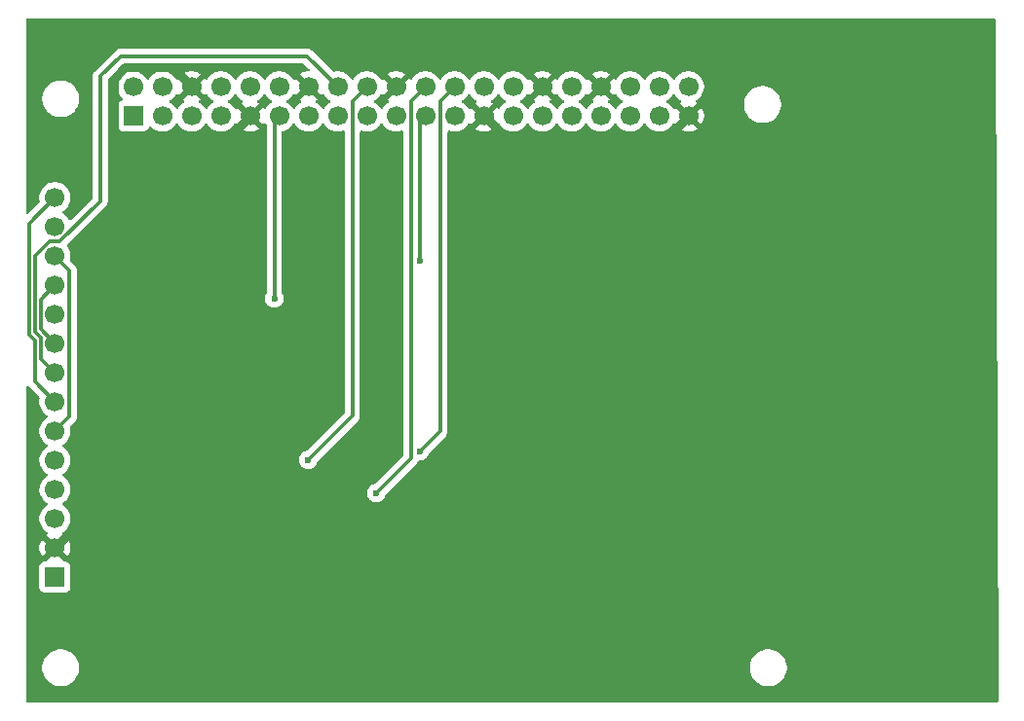
<source format=gbr>
%TF.GenerationSoftware,KiCad,Pcbnew,9.0.2*%
%TF.CreationDate,2025-10-25T22:23:18+02:00*%
%TF.ProjectId,raspberry screen,72617370-6265-4727-9279-207363726565,rev?*%
%TF.SameCoordinates,Original*%
%TF.FileFunction,Copper,L2,Bot*%
%TF.FilePolarity,Positive*%
%FSLAX46Y46*%
G04 Gerber Fmt 4.6, Leading zero omitted, Abs format (unit mm)*
G04 Created by KiCad (PCBNEW 9.0.2) date 2025-10-25 22:23:18*
%MOMM*%
%LPD*%
G01*
G04 APERTURE LIST*
%TA.AperFunction,ComponentPad*%
%ADD10R,1.700000X1.700000*%
%TD*%
%TA.AperFunction,ComponentPad*%
%ADD11C,1.700000*%
%TD*%
%TA.AperFunction,ViaPad*%
%ADD12C,0.600000*%
%TD*%
%TA.AperFunction,Conductor*%
%ADD13C,0.800000*%
%TD*%
%TA.AperFunction,Conductor*%
%ADD14C,0.300000*%
%TD*%
G04 APERTURE END LIST*
D10*
%TO.P,J2,1,Pin_1*%
%TO.N,+3V3*%
X3000000Y-45120000D03*
D11*
%TO.P,J2,2,Pin_2*%
%TO.N,GND*%
X3000000Y-42580000D03*
%TO.P,J2,3,Pin_3*%
%TO.N,Net-(J1-~{CE0}{slash}GPIO8)*%
X3000000Y-40040000D03*
%TO.P,J2,4,Pin_4*%
%TO.N,Net-(J1-GPIO25)*%
X3000000Y-37500000D03*
%TO.P,J2,5,Pin_5*%
%TO.N,Net-(J1-GPIO24)*%
X3000000Y-34960000D03*
%TO.P,J2,6,Pin_6*%
%TO.N,Net-(J1-MOSI0{slash}GPIO10)*%
X3000000Y-32420000D03*
%TO.P,J2,7,Pin_7*%
%TO.N,Net-(J1-SCLK0{slash}GPIO11)*%
X3000000Y-29880000D03*
%TO.P,J2,8,Pin_8*%
%TO.N,Net-(J1-GPIO23)*%
X3000000Y-27340000D03*
%TO.P,J2,9,Pin_9*%
%TO.N,Net-(J1-MISO0{slash}GPIO9)*%
X3000000Y-24800000D03*
%TO.P,J2,10,Pin_10*%
%TO.N,Net-(J1-GPIO17)*%
X3000000Y-22260000D03*
%TO.P,J2,11,Pin_11*%
%TO.N,Net-(J1-MISO0{slash}GPIO9)*%
X3000000Y-19720000D03*
%TO.P,J2,12,Pin_12*%
%TO.N,Net-(J1-MOSI0{slash}GPIO10)*%
X3000000Y-17180000D03*
%TO.P,J2,13,Pin_13*%
%TO.N,Net-(J1-~{CE1}{slash}GPIO7)*%
X3000000Y-14640000D03*
%TO.P,J2,14,Pin_14*%
%TO.N,Net-(J1-SCLK0{slash}GPIO11)*%
X3000000Y-12100000D03*
%TD*%
D10*
%TO.P,J3,1,Pin_1*%
%TO.N,+3V3*%
X9800000Y-5000000D03*
D11*
%TO.P,J3,2,Pin_2*%
%TO.N,+5V*%
X9800000Y-2460000D03*
%TO.P,J3,3,Pin_3*%
%TO.N,Net-(J1-SDA{slash}GPIO2)*%
X12340000Y-5000000D03*
%TO.P,J3,4,Pin_4*%
%TO.N,+5V*%
X12340000Y-2460000D03*
%TO.P,J3,5,Pin_5*%
%TO.N,Net-(J1-SCL{slash}GPIO3)*%
X14880000Y-5000000D03*
%TO.P,J3,6,Pin_6*%
%TO.N,GND*%
X14880000Y-2460000D03*
%TO.P,J3,7,Pin_7*%
%TO.N,Net-(J1-GCLK0{slash}GPIO4)*%
X17420000Y-5000000D03*
%TO.P,J3,8,Pin_8*%
%TO.N,Net-(J1-GPIO14{slash}TXD)*%
X17420000Y-2460000D03*
%TO.P,J3,9,Pin_9*%
%TO.N,GND*%
X19960000Y-5000000D03*
%TO.P,J3,10,Pin_10*%
%TO.N,Net-(J1-GPIO15{slash}RXD)*%
X19960000Y-2460000D03*
%TO.P,J3,11,Pin_11*%
%TO.N,Net-(J1-GPIO17)*%
X22500000Y-5000000D03*
%TO.P,J3,12,Pin_12*%
%TO.N,Net-(J1-GPIO18{slash}PWM0)*%
X22500000Y-2460000D03*
%TO.P,J3,13,Pin_13*%
%TO.N,Net-(J1-GPIO27)*%
X25040000Y-5000000D03*
%TO.P,J3,14,Pin_14*%
%TO.N,GND*%
X25040000Y-2460000D03*
%TO.P,J3,15,Pin_15*%
%TO.N,Net-(J1-GPIO22)*%
X27580000Y-5000000D03*
%TO.P,J3,16,Pin_16*%
%TO.N,Net-(J1-GPIO23)*%
X27580000Y-2460000D03*
%TO.P,J3,17,Pin_17*%
%TO.N,+3V3*%
X30120000Y-5000000D03*
%TO.P,J3,18,Pin_18*%
%TO.N,Net-(J1-GPIO24)*%
X30120000Y-2460000D03*
%TO.P,J3,19,Pin_19*%
%TO.N,Net-(J1-MOSI0{slash}GPIO10)*%
X32660000Y-5000000D03*
%TO.P,J3,20,Pin_20*%
%TO.N,GND*%
X32660000Y-2460000D03*
%TO.P,J3,21,Pin_21*%
%TO.N,Net-(J1-MISO0{slash}GPIO9)*%
X35200000Y-5000000D03*
%TO.P,J3,22,Pin_22*%
%TO.N,Net-(J1-GPIO25)*%
X35200000Y-2460000D03*
%TO.P,J3,23,Pin_23*%
%TO.N,Net-(J1-SCLK0{slash}GPIO11)*%
X37740000Y-5000000D03*
%TO.P,J3,24,Pin_24*%
%TO.N,Net-(J1-~{CE0}{slash}GPIO8)*%
X37740000Y-2460000D03*
%TO.P,J3,25,Pin_25*%
%TO.N,GND*%
X40280000Y-5000000D03*
%TO.P,J3,26,Pin_26*%
%TO.N,Net-(J1-~{CE1}{slash}GPIO7)*%
X40280000Y-2460000D03*
%TO.P,J3,27,Pin_27*%
%TO.N,Net-(J1-ID_SD{slash}GPIO0)*%
X42820000Y-5000000D03*
%TO.P,J3,28,Pin_28*%
%TO.N,Net-(J1-ID_SC{slash}GPIO1)*%
X42820000Y-2460000D03*
%TO.P,J3,29,Pin_29*%
%TO.N,Net-(J1-GCLK1{slash}GPIO5)*%
X45360000Y-5000000D03*
%TO.P,J3,30,Pin_30*%
%TO.N,GND*%
X45360000Y-2460000D03*
%TO.P,J3,31,Pin_31*%
%TO.N,Net-(J1-GCLK2{slash}GPIO6)*%
X47900000Y-5000000D03*
%TO.P,J3,32,Pin_32*%
%TO.N,Net-(J1-PWM0{slash}GPIO12)*%
X47900000Y-2460000D03*
%TO.P,J3,33,Pin_33*%
%TO.N,Net-(J1-PWM1{slash}GPIO13)*%
X50440000Y-5000000D03*
%TO.P,J3,34,Pin_34*%
%TO.N,GND*%
X50440000Y-2460000D03*
%TO.P,J3,35,Pin_35*%
%TO.N,Net-(J1-GPIO19{slash}MISO1)*%
X52980000Y-5000000D03*
%TO.P,J3,36,Pin_36*%
%TO.N,Net-(J1-GPIO16)*%
X52980000Y-2460000D03*
%TO.P,J3,37,Pin_37*%
%TO.N,Net-(J1-GPIO26)*%
X55520000Y-5000000D03*
%TO.P,J3,38,Pin_38*%
%TO.N,Net-(J1-GPIO20{slash}MOSI1)*%
X55520000Y-2460000D03*
%TO.P,J3,39,Pin_39*%
%TO.N,GND*%
X58060000Y-5000000D03*
%TO.P,J3,40,Pin_40*%
%TO.N,Net-(J1-GPIO21{slash}SCLK1)*%
X58060000Y-2460000D03*
%TD*%
D12*
%TO.N,Net-(J1-GPIO17)*%
X22064000Y-20892000D03*
%TO.N,Net-(J1-GPIO25)*%
X30929600Y-37811700D03*
%TO.N,Net-(J1-GPIO24)*%
X25019200Y-34921200D03*
%TO.N,Net-(J1-MISO0{slash}GPIO9)*%
X34721200Y-17578200D03*
%TO.N,Net-(J1-~{CE0}{slash}GPIO8)*%
X34721200Y-34174700D03*
%TD*%
D13*
%TO.N,GND*%
X8102300Y-37477700D02*
X8102300Y-6659600D01*
X3000000Y-42580000D02*
X8102300Y-37477700D01*
X18300400Y-6659600D02*
X8102300Y-6659600D01*
X19960000Y-5000000D02*
X18300400Y-6659600D01*
X56372000Y-6688000D02*
X58060000Y-5000000D01*
X41968000Y-6688000D02*
X56372000Y-6688000D01*
X40280000Y-5000000D02*
X41968000Y-6688000D01*
X13188100Y-768100D02*
X14880000Y-2460000D01*
X9088900Y-768100D02*
X13188100Y-768100D01*
X8102300Y-1754700D02*
X9088900Y-768100D01*
X8102300Y-6659600D02*
X8102300Y-1754700D01*
D14*
%TO.N,Net-(J1-GPIO17)*%
X22064000Y-5436000D02*
X22064000Y-20892000D01*
X22500000Y-5000000D02*
X22064000Y-5436000D01*
%TO.N,Net-(J1-GPIO25)*%
X33930000Y-3730000D02*
X35200000Y-2460000D01*
X33930000Y-34811300D02*
X33930000Y-3730000D01*
X30929600Y-37811700D02*
X33930000Y-34811300D01*
%TO.N,Net-(J1-GPIO24)*%
X28850000Y-3730000D02*
X30120000Y-2460000D01*
X28850000Y-31090400D02*
X28850000Y-3730000D01*
X25019200Y-34921200D02*
X28850000Y-31090400D01*
%TO.N,Net-(J1-MOSI0{slash}GPIO10)*%
X4256100Y-31163900D02*
X3000000Y-32420000D01*
X4256100Y-18436100D02*
X4256100Y-31163900D01*
X3000000Y-17180000D02*
X4256100Y-18436100D01*
%TO.N,Net-(J1-MISO0{slash}GPIO9)*%
X34721200Y-5478800D02*
X34721200Y-17578200D01*
X35200000Y-5000000D02*
X34721200Y-5478800D01*
X1743900Y-20976100D02*
X3000000Y-19720000D01*
X1743900Y-23541900D02*
X1743900Y-20976100D01*
X3000000Y-24798000D02*
X1743900Y-23541900D01*
X3000000Y-24800000D02*
X3000000Y-24798000D01*
%TO.N,Net-(J1-SCLK0{slash}GPIO11)*%
X740500Y-24001800D02*
X1242200Y-24503500D01*
X740500Y-14359500D02*
X740500Y-24001800D01*
X3000000Y-12100000D02*
X740500Y-14359500D01*
X1242200Y-28122200D02*
X3000000Y-29880000D01*
X1242200Y-24503500D02*
X1242200Y-28122200D01*
%TO.N,Net-(J1-GPIO23)*%
X1771100Y-26111100D02*
X3000000Y-27340000D01*
X1771100Y-24278500D02*
X1771100Y-26111100D01*
X1536700Y-24044100D02*
X1771100Y-24278500D01*
X1492200Y-24044100D02*
X1536700Y-24044100D01*
X1242200Y-23794100D02*
X1492200Y-24044100D01*
X1242200Y-17183600D02*
X1242200Y-23794100D01*
X2515800Y-15910000D02*
X1242200Y-17183600D01*
X3436300Y-15910000D02*
X2515800Y-15910000D01*
X6940200Y-12406100D02*
X3436300Y-15910000D01*
X6940200Y-1551100D02*
X6940200Y-12406100D01*
X8700400Y209100D02*
X6940200Y-1551100D01*
X24910900Y209100D02*
X8700400Y209100D01*
X27580000Y-2460000D02*
X24910900Y209100D01*
%TO.N,Net-(J1-~{CE0}{slash}GPIO8)*%
X36470000Y-3730000D02*
X37740000Y-2460000D01*
X36470000Y-32425900D02*
X36470000Y-3730000D01*
X34721200Y-34174700D02*
X36470000Y-32425900D01*
%TD*%
%TA.AperFunction,Conductor*%
%TO.N,GND*%
G36*
X84695114Y3479815D02*
G01*
X84740869Y3427011D01*
X84752074Y3376012D01*
X84996913Y-55874988D01*
X84977506Y-55942108D01*
X84924891Y-55988081D01*
X84872914Y-55999500D01*
X624500Y-55999500D01*
X557461Y-55979815D01*
X511706Y-55927011D01*
X500500Y-55875500D01*
X500500Y-52874038D01*
X1899500Y-52874038D01*
X1899500Y-53125961D01*
X1938910Y-53374785D01*
X2016760Y-53614383D01*
X2131132Y-53838848D01*
X2279201Y-54042649D01*
X2279205Y-54042654D01*
X2457345Y-54220794D01*
X2457350Y-54220798D01*
X2635117Y-54349952D01*
X2661155Y-54368870D01*
X2804184Y-54441747D01*
X2885616Y-54483239D01*
X2885618Y-54483239D01*
X2885621Y-54483241D01*
X3125215Y-54561090D01*
X3374038Y-54600500D01*
X3374039Y-54600500D01*
X3625961Y-54600500D01*
X3625962Y-54600500D01*
X3874785Y-54561090D01*
X4114379Y-54483241D01*
X4338845Y-54368870D01*
X4542656Y-54220793D01*
X4720793Y-54042656D01*
X4868870Y-53838845D01*
X4983241Y-53614379D01*
X5061090Y-53374785D01*
X5100500Y-53125962D01*
X5100500Y-52874038D01*
X63399500Y-52874038D01*
X63399500Y-53125961D01*
X63438910Y-53374785D01*
X63516760Y-53614383D01*
X63631132Y-53838848D01*
X63779201Y-54042649D01*
X63779205Y-54042654D01*
X63957345Y-54220794D01*
X63957350Y-54220798D01*
X64135117Y-54349952D01*
X64161155Y-54368870D01*
X64304184Y-54441747D01*
X64385616Y-54483239D01*
X64385618Y-54483239D01*
X64385621Y-54483241D01*
X64625215Y-54561090D01*
X64874038Y-54600500D01*
X64874039Y-54600500D01*
X65125961Y-54600500D01*
X65125962Y-54600500D01*
X65374785Y-54561090D01*
X65614379Y-54483241D01*
X65838845Y-54368870D01*
X66042656Y-54220793D01*
X66220793Y-54042656D01*
X66368870Y-53838845D01*
X66483241Y-53614379D01*
X66561090Y-53374785D01*
X66600500Y-53125962D01*
X66600500Y-52874038D01*
X66561090Y-52625215D01*
X66483241Y-52385621D01*
X66483239Y-52385618D01*
X66483239Y-52385616D01*
X66441747Y-52304184D01*
X66368870Y-52161155D01*
X66349952Y-52135117D01*
X66220798Y-51957350D01*
X66220794Y-51957345D01*
X66042654Y-51779205D01*
X66042649Y-51779201D01*
X65838848Y-51631132D01*
X65838847Y-51631131D01*
X65838845Y-51631130D01*
X65768747Y-51595413D01*
X65614383Y-51516760D01*
X65374785Y-51438910D01*
X65125962Y-51399500D01*
X64874038Y-51399500D01*
X64749626Y-51419205D01*
X64625214Y-51438910D01*
X64385616Y-51516760D01*
X64161151Y-51631132D01*
X63957350Y-51779201D01*
X63957345Y-51779205D01*
X63779205Y-51957345D01*
X63779201Y-51957350D01*
X63631132Y-52161151D01*
X63516760Y-52385616D01*
X63438910Y-52625214D01*
X63399500Y-52874038D01*
X5100500Y-52874038D01*
X5061090Y-52625215D01*
X4983241Y-52385621D01*
X4983239Y-52385618D01*
X4983239Y-52385616D01*
X4941747Y-52304184D01*
X4868870Y-52161155D01*
X4849952Y-52135117D01*
X4720798Y-51957350D01*
X4720794Y-51957345D01*
X4542654Y-51779205D01*
X4542649Y-51779201D01*
X4338848Y-51631132D01*
X4338847Y-51631131D01*
X4338845Y-51631130D01*
X4268747Y-51595413D01*
X4114383Y-51516760D01*
X3874785Y-51438910D01*
X3625962Y-51399500D01*
X3374038Y-51399500D01*
X3249626Y-51419205D01*
X3125214Y-51438910D01*
X2885616Y-51516760D01*
X2661151Y-51631132D01*
X2457350Y-51779201D01*
X2457345Y-51779205D01*
X2279205Y-51957345D01*
X2279201Y-51957350D01*
X2131132Y-52161151D01*
X2016760Y-52385616D01*
X1938910Y-52625214D01*
X1899500Y-52874038D01*
X500500Y-52874038D01*
X500500Y-28591809D01*
X520185Y-28524770D01*
X572989Y-28479015D01*
X642147Y-28469071D01*
X705703Y-28498096D01*
X727603Y-28522920D01*
X736923Y-28536869D01*
X736927Y-28536874D01*
X1649342Y-29449288D01*
X1682827Y-29510611D01*
X1682319Y-29558755D01*
X1683516Y-29558945D01*
X1649500Y-29773713D01*
X1649500Y-29986286D01*
X1682753Y-30196239D01*
X1748444Y-30398414D01*
X1844951Y-30587820D01*
X1969890Y-30759786D01*
X2120213Y-30910109D01*
X2292182Y-31035050D01*
X2300946Y-31039516D01*
X2351742Y-31087491D01*
X2368536Y-31155312D01*
X2345998Y-31221447D01*
X2300946Y-31260484D01*
X2292182Y-31264949D01*
X2120213Y-31389890D01*
X1969890Y-31540213D01*
X1844951Y-31712179D01*
X1748444Y-31901585D01*
X1682753Y-32103760D01*
X1649500Y-32313713D01*
X1649500Y-32526286D01*
X1682401Y-32734019D01*
X1682754Y-32736243D01*
X1716653Y-32840574D01*
X1748444Y-32938414D01*
X1844951Y-33127820D01*
X1969890Y-33299786D01*
X2120213Y-33450109D01*
X2292182Y-33575050D01*
X2300946Y-33579516D01*
X2351742Y-33627491D01*
X2368536Y-33695312D01*
X2345998Y-33761447D01*
X2300946Y-33800484D01*
X2292182Y-33804949D01*
X2120213Y-33929890D01*
X1969890Y-34080213D01*
X1844951Y-34252179D01*
X1748444Y-34441585D01*
X1682753Y-34643760D01*
X1649500Y-34853713D01*
X1649500Y-35066286D01*
X1663503Y-35154701D01*
X1682754Y-35276243D01*
X1733196Y-35431488D01*
X1748444Y-35478414D01*
X1844951Y-35667820D01*
X1969890Y-35839786D01*
X2120213Y-35990109D01*
X2292182Y-36115050D01*
X2300946Y-36119516D01*
X2351742Y-36167491D01*
X2368536Y-36235312D01*
X2345998Y-36301447D01*
X2300946Y-36340484D01*
X2292182Y-36344949D01*
X2120213Y-36469890D01*
X1969890Y-36620213D01*
X1844951Y-36792179D01*
X1748444Y-36981585D01*
X1682753Y-37183760D01*
X1664120Y-37301407D01*
X1649500Y-37393713D01*
X1649500Y-37606287D01*
X1682754Y-37816243D01*
X1735351Y-37978120D01*
X1748444Y-38018414D01*
X1844951Y-38207820D01*
X1969890Y-38379786D01*
X2120213Y-38530109D01*
X2292182Y-38655050D01*
X2300946Y-38659516D01*
X2351742Y-38707491D01*
X2368536Y-38775312D01*
X2345998Y-38841447D01*
X2300946Y-38880484D01*
X2292182Y-38884949D01*
X2120213Y-39009890D01*
X1969890Y-39160213D01*
X1844951Y-39332179D01*
X1748444Y-39521585D01*
X1682753Y-39723760D01*
X1649500Y-39933713D01*
X1649500Y-40146286D01*
X1682753Y-40356239D01*
X1748444Y-40558414D01*
X1844951Y-40747820D01*
X1969890Y-40919786D01*
X2120213Y-41070109D01*
X2292179Y-41195048D01*
X2292181Y-41195049D01*
X2292184Y-41195051D01*
X2301493Y-41199794D01*
X2352290Y-41247766D01*
X2369087Y-41315587D01*
X2346552Y-41381722D01*
X2301505Y-41420760D01*
X2292446Y-41425376D01*
X2292440Y-41425380D01*
X2238282Y-41464727D01*
X2238282Y-41464728D01*
X2870591Y-42097037D01*
X2807007Y-42114075D01*
X2692993Y-42179901D01*
X2599901Y-42272993D01*
X2534075Y-42387007D01*
X2517037Y-42450591D01*
X1884728Y-41818282D01*
X1884727Y-41818282D01*
X1845380Y-41872439D01*
X1748904Y-42061782D01*
X1683242Y-42263869D01*
X1683242Y-42263872D01*
X1650000Y-42473753D01*
X1650000Y-42686246D01*
X1683242Y-42896127D01*
X1683242Y-42896130D01*
X1748904Y-43098217D01*
X1845375Y-43287550D01*
X1884728Y-43341716D01*
X2517037Y-42709408D01*
X2534075Y-42772993D01*
X2599901Y-42887007D01*
X2692993Y-42980099D01*
X2807007Y-43045925D01*
X2870590Y-43062962D01*
X2200370Y-43733181D01*
X2139047Y-43766666D01*
X2112698Y-43769500D01*
X2102134Y-43769500D01*
X2102123Y-43769501D01*
X2042516Y-43775908D01*
X1907671Y-43826202D01*
X1907664Y-43826206D01*
X1792455Y-43912452D01*
X1792452Y-43912455D01*
X1706206Y-44027664D01*
X1706202Y-44027671D01*
X1655908Y-44162517D01*
X1649501Y-44222116D01*
X1649501Y-44222123D01*
X1649500Y-44222135D01*
X1649500Y-46017870D01*
X1649501Y-46017876D01*
X1655908Y-46077483D01*
X1706202Y-46212328D01*
X1706206Y-46212335D01*
X1792452Y-46327544D01*
X1792455Y-46327547D01*
X1907664Y-46413793D01*
X1907671Y-46413797D01*
X2042517Y-46464091D01*
X2042516Y-46464091D01*
X2049444Y-46464835D01*
X2102127Y-46470500D01*
X3897872Y-46470499D01*
X3957483Y-46464091D01*
X4092331Y-46413796D01*
X4207546Y-46327546D01*
X4293796Y-46212331D01*
X4344091Y-46077483D01*
X4350500Y-46017873D01*
X4350499Y-44222128D01*
X4344091Y-44162517D01*
X4293796Y-44027669D01*
X4293795Y-44027668D01*
X4293793Y-44027664D01*
X4207547Y-43912455D01*
X4207544Y-43912452D01*
X4092335Y-43826206D01*
X4092328Y-43826202D01*
X3957482Y-43775908D01*
X3957483Y-43775908D01*
X3897883Y-43769501D01*
X3897881Y-43769500D01*
X3897873Y-43769500D01*
X3897865Y-43769500D01*
X3887309Y-43769500D01*
X3820270Y-43749815D01*
X3799628Y-43733181D01*
X3129408Y-43062962D01*
X3192993Y-43045925D01*
X3307007Y-42980099D01*
X3400099Y-42887007D01*
X3465925Y-42772993D01*
X3482962Y-42709408D01*
X4115270Y-43341717D01*
X4115270Y-43341716D01*
X4154622Y-43287554D01*
X4251095Y-43098217D01*
X4316757Y-42896130D01*
X4316757Y-42896127D01*
X4350000Y-42686246D01*
X4350000Y-42473753D01*
X4316757Y-42263872D01*
X4316757Y-42263869D01*
X4251095Y-42061782D01*
X4154624Y-41872449D01*
X4115270Y-41818282D01*
X4115269Y-41818282D01*
X3482962Y-42450590D01*
X3465925Y-42387007D01*
X3400099Y-42272993D01*
X3307007Y-42179901D01*
X3192993Y-42114075D01*
X3129409Y-42097037D01*
X3761716Y-41464728D01*
X3707547Y-41425373D01*
X3707547Y-41425372D01*
X3698500Y-41420763D01*
X3647706Y-41372788D01*
X3630912Y-41304966D01*
X3653451Y-41238832D01*
X3698508Y-41199793D01*
X3707816Y-41195051D01*
X3787007Y-41137515D01*
X3879786Y-41070109D01*
X3879788Y-41070106D01*
X3879792Y-41070104D01*
X4030104Y-40919792D01*
X4030106Y-40919788D01*
X4030109Y-40919786D01*
X4155048Y-40747820D01*
X4155047Y-40747820D01*
X4155051Y-40747816D01*
X4251557Y-40558412D01*
X4317246Y-40356243D01*
X4350500Y-40146287D01*
X4350500Y-39933713D01*
X4317246Y-39723757D01*
X4251557Y-39521588D01*
X4155051Y-39332184D01*
X4155049Y-39332181D01*
X4155048Y-39332179D01*
X4030109Y-39160213D01*
X3879786Y-39009890D01*
X3707820Y-38884951D01*
X3707115Y-38884591D01*
X3699054Y-38880485D01*
X3648259Y-38832512D01*
X3631463Y-38764692D01*
X3653999Y-38698556D01*
X3699054Y-38659515D01*
X3707816Y-38655051D01*
X3766797Y-38612199D01*
X3879786Y-38530109D01*
X3879788Y-38530106D01*
X3879792Y-38530104D01*
X4030104Y-38379792D01*
X4030106Y-38379788D01*
X4030109Y-38379786D01*
X4155048Y-38207820D01*
X4155047Y-38207820D01*
X4155051Y-38207816D01*
X4251557Y-38018412D01*
X4317246Y-37816243D01*
X4350500Y-37606287D01*
X4350500Y-37393713D01*
X4317246Y-37183757D01*
X4251557Y-36981588D01*
X4155051Y-36792184D01*
X4155049Y-36792181D01*
X4155048Y-36792179D01*
X4030109Y-36620213D01*
X3879786Y-36469890D01*
X3707820Y-36344951D01*
X3707115Y-36344591D01*
X3699054Y-36340485D01*
X3648259Y-36292512D01*
X3631463Y-36224692D01*
X3653999Y-36158556D01*
X3699054Y-36119515D01*
X3707816Y-36115051D01*
X3729789Y-36099086D01*
X3879786Y-35990109D01*
X3879788Y-35990106D01*
X3879792Y-35990104D01*
X4030104Y-35839792D01*
X4030106Y-35839788D01*
X4030109Y-35839786D01*
X4155048Y-35667820D01*
X4155047Y-35667820D01*
X4155051Y-35667816D01*
X4251557Y-35478412D01*
X4317246Y-35276243D01*
X4350500Y-35066287D01*
X4350500Y-34853713D01*
X4317246Y-34643757D01*
X4251557Y-34441588D01*
X4155051Y-34252184D01*
X4155049Y-34252181D01*
X4155048Y-34252179D01*
X4030109Y-34080213D01*
X3879786Y-33929890D01*
X3707820Y-33804951D01*
X3707115Y-33804591D01*
X3699054Y-33800485D01*
X3648259Y-33752512D01*
X3631463Y-33684692D01*
X3653999Y-33618556D01*
X3699054Y-33579515D01*
X3707816Y-33575051D01*
X3729789Y-33559086D01*
X3879786Y-33450109D01*
X3879788Y-33450106D01*
X3879792Y-33450104D01*
X4030104Y-33299792D01*
X4030106Y-33299788D01*
X4030109Y-33299786D01*
X4155048Y-33127820D01*
X4155047Y-33127820D01*
X4155051Y-33127816D01*
X4251557Y-32938412D01*
X4317246Y-32736243D01*
X4350500Y-32526287D01*
X4350500Y-32313713D01*
X4327946Y-32171316D01*
X4316484Y-32098945D01*
X4318126Y-32098684D01*
X4321254Y-32036137D01*
X4350657Y-31989288D01*
X4761372Y-31578574D01*
X4761372Y-31578573D01*
X4761377Y-31578569D01*
X4832566Y-31472026D01*
X4881601Y-31353643D01*
X4906600Y-31227969D01*
X4906600Y-31099831D01*
X4906600Y-18372031D01*
X4906600Y-18372028D01*
X4881602Y-18246360D01*
X4881600Y-18246354D01*
X4861289Y-18197321D01*
X4861287Y-18197316D01*
X4832568Y-18127978D01*
X4832562Y-18127968D01*
X4761378Y-18021432D01*
X4761372Y-18021425D01*
X4350657Y-17610711D01*
X4317172Y-17549388D01*
X4317689Y-17501245D01*
X4316484Y-17501055D01*
X4341248Y-17344703D01*
X4350500Y-17286287D01*
X4350500Y-17073713D01*
X4317246Y-16863757D01*
X4251557Y-16661588D01*
X4155051Y-16472184D01*
X4143330Y-16456052D01*
X4065394Y-16348780D01*
X4041914Y-16282974D01*
X4057740Y-16214920D01*
X4078027Y-16188218D01*
X7445477Y-12820769D01*
X7516665Y-12714227D01*
X7565701Y-12595844D01*
X7581848Y-12514669D01*
X7590700Y-12470169D01*
X7590700Y-1871908D01*
X7610385Y-1804869D01*
X7627019Y-1784227D01*
X8933527Y-477719D01*
X8994850Y-444234D01*
X9021208Y-441400D01*
X24590092Y-441400D01*
X24657131Y-461085D01*
X24677773Y-477719D01*
X25098373Y-898319D01*
X25131858Y-959642D01*
X25126874Y-1029334D01*
X25085002Y-1085267D01*
X25019538Y-1109684D01*
X25010692Y-1110000D01*
X24933754Y-1110000D01*
X24723872Y-1143242D01*
X24723869Y-1143242D01*
X24521782Y-1208904D01*
X24332439Y-1305380D01*
X24278282Y-1344727D01*
X24278282Y-1344728D01*
X24910591Y-1977037D01*
X24847007Y-1994075D01*
X24732993Y-2059901D01*
X24639901Y-2152993D01*
X24574075Y-2267007D01*
X24557037Y-2330591D01*
X23924728Y-1698282D01*
X23924727Y-1698282D01*
X23885380Y-1752440D01*
X23885376Y-1752446D01*
X23880760Y-1761505D01*
X23832781Y-1812297D01*
X23764959Y-1829087D01*
X23698826Y-1806543D01*
X23659794Y-1761493D01*
X23655051Y-1752184D01*
X23655049Y-1752181D01*
X23655048Y-1752179D01*
X23530109Y-1580213D01*
X23379786Y-1429890D01*
X23207820Y-1304951D01*
X23018414Y-1208444D01*
X23018413Y-1208443D01*
X23018412Y-1208443D01*
X22816243Y-1142754D01*
X22816241Y-1142753D01*
X22816240Y-1142753D01*
X22654957Y-1117208D01*
X22606287Y-1109500D01*
X22393713Y-1109500D01*
X22345042Y-1117208D01*
X22183760Y-1142753D01*
X21981585Y-1208444D01*
X21792179Y-1304951D01*
X21620213Y-1429890D01*
X21469890Y-1580213D01*
X21344949Y-1752182D01*
X21340484Y-1760946D01*
X21292509Y-1811742D01*
X21224688Y-1828536D01*
X21158553Y-1805998D01*
X21119516Y-1760946D01*
X21115050Y-1752182D01*
X20990109Y-1580213D01*
X20839786Y-1429890D01*
X20667820Y-1304951D01*
X20478414Y-1208444D01*
X20478413Y-1208443D01*
X20478412Y-1208443D01*
X20276243Y-1142754D01*
X20276241Y-1142753D01*
X20276240Y-1142753D01*
X20114957Y-1117208D01*
X20066287Y-1109500D01*
X19853713Y-1109500D01*
X19805042Y-1117208D01*
X19643760Y-1142753D01*
X19441585Y-1208444D01*
X19252179Y-1304951D01*
X19080213Y-1429890D01*
X18929890Y-1580213D01*
X18804949Y-1752182D01*
X18800484Y-1760946D01*
X18752509Y-1811742D01*
X18684688Y-1828536D01*
X18618553Y-1805998D01*
X18579516Y-1760946D01*
X18575050Y-1752182D01*
X18450109Y-1580213D01*
X18299786Y-1429890D01*
X18127820Y-1304951D01*
X17938414Y-1208444D01*
X17938413Y-1208443D01*
X17938412Y-1208443D01*
X17736243Y-1142754D01*
X17736241Y-1142753D01*
X17736240Y-1142753D01*
X17574957Y-1117208D01*
X17526287Y-1109500D01*
X17313713Y-1109500D01*
X17265042Y-1117208D01*
X17103760Y-1142753D01*
X16901585Y-1208444D01*
X16712179Y-1304951D01*
X16540213Y-1429890D01*
X16389890Y-1580213D01*
X16264949Y-1752182D01*
X16260202Y-1761499D01*
X16212227Y-1812293D01*
X16144405Y-1829087D01*
X16078271Y-1806548D01*
X16039234Y-1761495D01*
X16034626Y-1752452D01*
X15995270Y-1698282D01*
X15995269Y-1698282D01*
X15362962Y-2330590D01*
X15345925Y-2267007D01*
X15280099Y-2152993D01*
X15187007Y-2059901D01*
X15072993Y-1994075D01*
X15009409Y-1977037D01*
X15641716Y-1344728D01*
X15587550Y-1305375D01*
X15398217Y-1208904D01*
X15196129Y-1143242D01*
X14986246Y-1110000D01*
X14773754Y-1110000D01*
X14563872Y-1143242D01*
X14563869Y-1143242D01*
X14361782Y-1208904D01*
X14172439Y-1305380D01*
X14118282Y-1344727D01*
X14118282Y-1344728D01*
X14750591Y-1977037D01*
X14687007Y-1994075D01*
X14572993Y-2059901D01*
X14479901Y-2152993D01*
X14414075Y-2267007D01*
X14397037Y-2330591D01*
X13764728Y-1698282D01*
X13764727Y-1698282D01*
X13725380Y-1752440D01*
X13725376Y-1752446D01*
X13720760Y-1761505D01*
X13672781Y-1812297D01*
X13604959Y-1829087D01*
X13538826Y-1806543D01*
X13499794Y-1761493D01*
X13495051Y-1752184D01*
X13495049Y-1752181D01*
X13495048Y-1752179D01*
X13370109Y-1580213D01*
X13219786Y-1429890D01*
X13047820Y-1304951D01*
X12858414Y-1208444D01*
X12858413Y-1208443D01*
X12858412Y-1208443D01*
X12656243Y-1142754D01*
X12656241Y-1142753D01*
X12656240Y-1142753D01*
X12494957Y-1117208D01*
X12446287Y-1109500D01*
X12233713Y-1109500D01*
X12185042Y-1117208D01*
X12023760Y-1142753D01*
X11821585Y-1208444D01*
X11632179Y-1304951D01*
X11460213Y-1429890D01*
X11309890Y-1580213D01*
X11184949Y-1752182D01*
X11180484Y-1760946D01*
X11132509Y-1811742D01*
X11064688Y-1828536D01*
X10998553Y-1805998D01*
X10959516Y-1760946D01*
X10955050Y-1752182D01*
X10830109Y-1580213D01*
X10679786Y-1429890D01*
X10507820Y-1304951D01*
X10318414Y-1208444D01*
X10318413Y-1208443D01*
X10318412Y-1208443D01*
X10116243Y-1142754D01*
X10116241Y-1142753D01*
X10116240Y-1142753D01*
X9954957Y-1117208D01*
X9906287Y-1109500D01*
X9693713Y-1109500D01*
X9645042Y-1117208D01*
X9483760Y-1142753D01*
X9281585Y-1208444D01*
X9092179Y-1304951D01*
X8920213Y-1429890D01*
X8769890Y-1580213D01*
X8644951Y-1752179D01*
X8548444Y-1941585D01*
X8482753Y-2143760D01*
X8449500Y-2353713D01*
X8449500Y-2566287D01*
X8482754Y-2776243D01*
X8518293Y-2885621D01*
X8548444Y-2978414D01*
X8644951Y-3167820D01*
X8769890Y-3339786D01*
X8883430Y-3453326D01*
X8916915Y-3514649D01*
X8911931Y-3584341D01*
X8870059Y-3640274D01*
X8839083Y-3657189D01*
X8707669Y-3706203D01*
X8707664Y-3706206D01*
X8592455Y-3792452D01*
X8592452Y-3792455D01*
X8506206Y-3907664D01*
X8506202Y-3907671D01*
X8455908Y-4042517D01*
X8449501Y-4102116D01*
X8449500Y-4102135D01*
X8449500Y-5897870D01*
X8449501Y-5897876D01*
X8455908Y-5957483D01*
X8506202Y-6092328D01*
X8506206Y-6092335D01*
X8592452Y-6207544D01*
X8592455Y-6207547D01*
X8707664Y-6293793D01*
X8707671Y-6293797D01*
X8842517Y-6344091D01*
X8842516Y-6344091D01*
X8849444Y-6344835D01*
X8902127Y-6350500D01*
X10697872Y-6350499D01*
X10757483Y-6344091D01*
X10892331Y-6293796D01*
X11007546Y-6207546D01*
X11093796Y-6092331D01*
X11142810Y-5960916D01*
X11184681Y-5904984D01*
X11250145Y-5880566D01*
X11318418Y-5895417D01*
X11346673Y-5916569D01*
X11460213Y-6030109D01*
X11632179Y-6155048D01*
X11632181Y-6155049D01*
X11632184Y-6155051D01*
X11821588Y-6251557D01*
X12023757Y-6317246D01*
X12233713Y-6350500D01*
X12233714Y-6350500D01*
X12446286Y-6350500D01*
X12446287Y-6350500D01*
X12656243Y-6317246D01*
X12858412Y-6251557D01*
X13047816Y-6155051D01*
X13134138Y-6092335D01*
X13219786Y-6030109D01*
X13219788Y-6030106D01*
X13219792Y-6030104D01*
X13370104Y-5879792D01*
X13370106Y-5879788D01*
X13370109Y-5879786D01*
X13495048Y-5707820D01*
X13495047Y-5707820D01*
X13495051Y-5707816D01*
X13499514Y-5699054D01*
X13547488Y-5648259D01*
X13615308Y-5631463D01*
X13681444Y-5653999D01*
X13720486Y-5699056D01*
X13724951Y-5707820D01*
X13849890Y-5879786D01*
X14000213Y-6030109D01*
X14172179Y-6155048D01*
X14172181Y-6155049D01*
X14172184Y-6155051D01*
X14361588Y-6251557D01*
X14563757Y-6317246D01*
X14773713Y-6350500D01*
X14773714Y-6350500D01*
X14986286Y-6350500D01*
X14986287Y-6350500D01*
X15196243Y-6317246D01*
X15398412Y-6251557D01*
X15587816Y-6155051D01*
X15674138Y-6092335D01*
X15759786Y-6030109D01*
X15759788Y-6030106D01*
X15759792Y-6030104D01*
X15910104Y-5879792D01*
X15910106Y-5879788D01*
X15910109Y-5879786D01*
X16035048Y-5707820D01*
X16035047Y-5707820D01*
X16035051Y-5707816D01*
X16039514Y-5699054D01*
X16087488Y-5648259D01*
X16155308Y-5631463D01*
X16221444Y-5653999D01*
X16260486Y-5699056D01*
X16264951Y-5707820D01*
X16389890Y-5879786D01*
X16540213Y-6030109D01*
X16712179Y-6155048D01*
X16712181Y-6155049D01*
X16712184Y-6155051D01*
X16901588Y-6251557D01*
X17103757Y-6317246D01*
X17313713Y-6350500D01*
X17313714Y-6350500D01*
X17526286Y-6350500D01*
X17526287Y-6350500D01*
X17736243Y-6317246D01*
X17938412Y-6251557D01*
X18127816Y-6155051D01*
X18214138Y-6092335D01*
X18299786Y-6030109D01*
X18299788Y-6030106D01*
X18299792Y-6030104D01*
X18450104Y-5879792D01*
X18450106Y-5879788D01*
X18450109Y-5879786D01*
X18535890Y-5761717D01*
X18575051Y-5707816D01*
X18579793Y-5698508D01*
X18627763Y-5647711D01*
X18695583Y-5630911D01*
X18761719Y-5653445D01*
X18800763Y-5698500D01*
X18805373Y-5707547D01*
X18844728Y-5761716D01*
X19477037Y-5129408D01*
X19494075Y-5192993D01*
X19559901Y-5307007D01*
X19652993Y-5400099D01*
X19767007Y-5465925D01*
X19830590Y-5482962D01*
X19198282Y-6115269D01*
X19198282Y-6115270D01*
X19252449Y-6154624D01*
X19441782Y-6251095D01*
X19643870Y-6316757D01*
X19853754Y-6350000D01*
X20066246Y-6350000D01*
X20276127Y-6316757D01*
X20276130Y-6316757D01*
X20478217Y-6251095D01*
X20667554Y-6154622D01*
X20721716Y-6115270D01*
X20721717Y-6115270D01*
X20089408Y-5482962D01*
X20152993Y-5465925D01*
X20267007Y-5400099D01*
X20360099Y-5307007D01*
X20425925Y-5192993D01*
X20442962Y-5129409D01*
X21075270Y-5761717D01*
X21075270Y-5761716D01*
X21114622Y-5707555D01*
X21119232Y-5698507D01*
X21122423Y-5695127D01*
X21123611Y-5690633D01*
X21146186Y-5669965D01*
X21167205Y-5647709D01*
X21171718Y-5646591D01*
X21175146Y-5643453D01*
X21205311Y-5638271D01*
X21235025Y-5630912D01*
X21239424Y-5632411D01*
X21244007Y-5631624D01*
X21272190Y-5643575D01*
X21301161Y-5653447D01*
X21305241Y-5657591D01*
X21308332Y-5658902D01*
X21316387Y-5668911D01*
X21332164Y-5684934D01*
X21336617Y-5691464D01*
X21344949Y-5707816D01*
X21390909Y-5771076D01*
X21391945Y-5772594D01*
X21402149Y-5804133D01*
X21413298Y-5835378D01*
X21413398Y-5838899D01*
X21413454Y-5839071D01*
X21413408Y-5839243D01*
X21413500Y-5842458D01*
X21413500Y-20387064D01*
X21393815Y-20454103D01*
X21392603Y-20455954D01*
X21354608Y-20512817D01*
X21354602Y-20512828D01*
X21294264Y-20658498D01*
X21294261Y-20658510D01*
X21263500Y-20813153D01*
X21263500Y-20970846D01*
X21294261Y-21125489D01*
X21294264Y-21125501D01*
X21354602Y-21271172D01*
X21354609Y-21271185D01*
X21442210Y-21402288D01*
X21442213Y-21402292D01*
X21553707Y-21513786D01*
X21553711Y-21513789D01*
X21684814Y-21601390D01*
X21684827Y-21601397D01*
X21830498Y-21661735D01*
X21830503Y-21661737D01*
X21985153Y-21692499D01*
X21985156Y-21692500D01*
X21985158Y-21692500D01*
X22142844Y-21692500D01*
X22142845Y-21692499D01*
X22297497Y-21661737D01*
X22443179Y-21601394D01*
X22574289Y-21513789D01*
X22685789Y-21402289D01*
X22773394Y-21271179D01*
X22833737Y-21125497D01*
X22864500Y-20970842D01*
X22864500Y-20813158D01*
X22864500Y-20813155D01*
X22864499Y-20813153D01*
X22833738Y-20658510D01*
X22833737Y-20658503D01*
X22773394Y-20512821D01*
X22735396Y-20455953D01*
X22714520Y-20389276D01*
X22714500Y-20387064D01*
X22714500Y-6439266D01*
X22734185Y-6372227D01*
X22786989Y-6326472D01*
X22811673Y-6319032D01*
X22811517Y-6318380D01*
X22816230Y-6317248D01*
X22816243Y-6317246D01*
X23018412Y-6251557D01*
X23207816Y-6155051D01*
X23294138Y-6092335D01*
X23379786Y-6030109D01*
X23379788Y-6030106D01*
X23379792Y-6030104D01*
X23530104Y-5879792D01*
X23530106Y-5879788D01*
X23530109Y-5879786D01*
X23655048Y-5707820D01*
X23655047Y-5707820D01*
X23655051Y-5707816D01*
X23659514Y-5699054D01*
X23707488Y-5648259D01*
X23775308Y-5631463D01*
X23841444Y-5653999D01*
X23880486Y-5699056D01*
X23884951Y-5707820D01*
X24009890Y-5879786D01*
X24160213Y-6030109D01*
X24332179Y-6155048D01*
X24332181Y-6155049D01*
X24332184Y-6155051D01*
X24521588Y-6251557D01*
X24723757Y-6317246D01*
X24933713Y-6350500D01*
X24933714Y-6350500D01*
X25146286Y-6350500D01*
X25146287Y-6350500D01*
X25356243Y-6317246D01*
X25558412Y-6251557D01*
X25747816Y-6155051D01*
X25834138Y-6092335D01*
X25919786Y-6030109D01*
X25919788Y-6030106D01*
X25919792Y-6030104D01*
X26070104Y-5879792D01*
X26070106Y-5879788D01*
X26070109Y-5879786D01*
X26195048Y-5707820D01*
X26195047Y-5707820D01*
X26195051Y-5707816D01*
X26199514Y-5699054D01*
X26247488Y-5648259D01*
X26315308Y-5631463D01*
X26381444Y-5653999D01*
X26420486Y-5699056D01*
X26424951Y-5707820D01*
X26549890Y-5879786D01*
X26700213Y-6030109D01*
X26872179Y-6155048D01*
X26872181Y-6155049D01*
X26872184Y-6155051D01*
X27061588Y-6251557D01*
X27263757Y-6317246D01*
X27473713Y-6350500D01*
X27473714Y-6350500D01*
X27686286Y-6350500D01*
X27686287Y-6350500D01*
X27896243Y-6317246D01*
X28037185Y-6271450D01*
X28107022Y-6269456D01*
X28166855Y-6305536D01*
X28197684Y-6368237D01*
X28199500Y-6389382D01*
X28199500Y-30769591D01*
X28179815Y-30836630D01*
X28163181Y-30857272D01*
X24916268Y-34104184D01*
X24854945Y-34137669D01*
X24852779Y-34138120D01*
X24785708Y-34151461D01*
X24785698Y-34151464D01*
X24640027Y-34211802D01*
X24640014Y-34211809D01*
X24508911Y-34299410D01*
X24508907Y-34299413D01*
X24397413Y-34410907D01*
X24397410Y-34410911D01*
X24309809Y-34542014D01*
X24309802Y-34542027D01*
X24249464Y-34687698D01*
X24249461Y-34687710D01*
X24218700Y-34842353D01*
X24218700Y-35000046D01*
X24249461Y-35154689D01*
X24249464Y-35154701D01*
X24309802Y-35300372D01*
X24309809Y-35300385D01*
X24397410Y-35431488D01*
X24397413Y-35431492D01*
X24508907Y-35542986D01*
X24508911Y-35542989D01*
X24640014Y-35630590D01*
X24640027Y-35630597D01*
X24729893Y-35667820D01*
X24785703Y-35690937D01*
X24940353Y-35721699D01*
X24940356Y-35721700D01*
X24940358Y-35721700D01*
X25098044Y-35721700D01*
X25098045Y-35721699D01*
X25252697Y-35690937D01*
X25398379Y-35630594D01*
X25529489Y-35542989D01*
X25640989Y-35431489D01*
X25728594Y-35300379D01*
X25788937Y-35154697D01*
X25802279Y-35087616D01*
X25834663Y-35025709D01*
X25836159Y-35024185D01*
X29355276Y-31505070D01*
X29426465Y-31398527D01*
X29475501Y-31280144D01*
X29487177Y-31221447D01*
X29500500Y-31154471D01*
X29500500Y-6389382D01*
X29520185Y-6322343D01*
X29572989Y-6276588D01*
X29642147Y-6266644D01*
X29662805Y-6271447D01*
X29803757Y-6317246D01*
X30013713Y-6350500D01*
X30013714Y-6350500D01*
X30226286Y-6350500D01*
X30226287Y-6350500D01*
X30436243Y-6317246D01*
X30638412Y-6251557D01*
X30827816Y-6155051D01*
X30914138Y-6092335D01*
X30999786Y-6030109D01*
X30999788Y-6030106D01*
X30999792Y-6030104D01*
X31150104Y-5879792D01*
X31150106Y-5879788D01*
X31150109Y-5879786D01*
X31275048Y-5707820D01*
X31275047Y-5707820D01*
X31275051Y-5707816D01*
X31279514Y-5699054D01*
X31327488Y-5648259D01*
X31395308Y-5631463D01*
X31461444Y-5653999D01*
X31500486Y-5699056D01*
X31504951Y-5707820D01*
X31629890Y-5879786D01*
X31780213Y-6030109D01*
X31952179Y-6155048D01*
X31952181Y-6155049D01*
X31952184Y-6155051D01*
X32141588Y-6251557D01*
X32343757Y-6317246D01*
X32553713Y-6350500D01*
X32553714Y-6350500D01*
X32766286Y-6350500D01*
X32766287Y-6350500D01*
X32976243Y-6317246D01*
X33117185Y-6271450D01*
X33187022Y-6269456D01*
X33246855Y-6305536D01*
X33277684Y-6368237D01*
X33279500Y-6389382D01*
X33279500Y-34490491D01*
X33259815Y-34557530D01*
X33243181Y-34578172D01*
X30826668Y-36994684D01*
X30765345Y-37028169D01*
X30763179Y-37028620D01*
X30696108Y-37041961D01*
X30696098Y-37041964D01*
X30550427Y-37102302D01*
X30550414Y-37102309D01*
X30419311Y-37189910D01*
X30419307Y-37189913D01*
X30307813Y-37301407D01*
X30307810Y-37301411D01*
X30220209Y-37432514D01*
X30220202Y-37432527D01*
X30159864Y-37578198D01*
X30159861Y-37578210D01*
X30129100Y-37732853D01*
X30129100Y-37890546D01*
X30159861Y-38045189D01*
X30159864Y-38045201D01*
X30220202Y-38190872D01*
X30220209Y-38190885D01*
X30307810Y-38321988D01*
X30307813Y-38321992D01*
X30419307Y-38433486D01*
X30419311Y-38433489D01*
X30550414Y-38521090D01*
X30550427Y-38521097D01*
X30696098Y-38581435D01*
X30696103Y-38581437D01*
X30850753Y-38612199D01*
X30850756Y-38612200D01*
X30850758Y-38612200D01*
X31008444Y-38612200D01*
X31008445Y-38612199D01*
X31163097Y-38581437D01*
X31308779Y-38521094D01*
X31439889Y-38433489D01*
X31551389Y-38321989D01*
X31638994Y-38190879D01*
X31699337Y-38045197D01*
X31712679Y-37978116D01*
X31745063Y-37916209D01*
X31746559Y-37914685D01*
X34435276Y-35225970D01*
X34506465Y-35119427D01*
X34534499Y-35051746D01*
X34578340Y-34997344D01*
X34644634Y-34975279D01*
X34649060Y-34975200D01*
X34800044Y-34975200D01*
X34800045Y-34975199D01*
X34954697Y-34944437D01*
X35100379Y-34884094D01*
X35231489Y-34796489D01*
X35342989Y-34684989D01*
X35430594Y-34553879D01*
X35490937Y-34408197D01*
X35504279Y-34341116D01*
X35536663Y-34279209D01*
X35538158Y-34277686D01*
X36975277Y-32840569D01*
X37046465Y-32734027D01*
X37095501Y-32615643D01*
X37096675Y-32609744D01*
X37120500Y-32489969D01*
X37120500Y-6389382D01*
X37140185Y-6322343D01*
X37192989Y-6276588D01*
X37262147Y-6266644D01*
X37282805Y-6271447D01*
X37423757Y-6317246D01*
X37633713Y-6350500D01*
X37633714Y-6350500D01*
X37846286Y-6350500D01*
X37846287Y-6350500D01*
X38056243Y-6317246D01*
X38258412Y-6251557D01*
X38447816Y-6155051D01*
X38534138Y-6092335D01*
X38619786Y-6030109D01*
X38619788Y-6030106D01*
X38619792Y-6030104D01*
X38770104Y-5879792D01*
X38770106Y-5879788D01*
X38770109Y-5879786D01*
X38855890Y-5761717D01*
X38895051Y-5707816D01*
X38899793Y-5698508D01*
X38947763Y-5647711D01*
X39015583Y-5630911D01*
X39081719Y-5653445D01*
X39120763Y-5698500D01*
X39125373Y-5707547D01*
X39164728Y-5761716D01*
X39797037Y-5129408D01*
X39814075Y-5192993D01*
X39879901Y-5307007D01*
X39972993Y-5400099D01*
X40087007Y-5465925D01*
X40150590Y-5482962D01*
X39518282Y-6115269D01*
X39518282Y-6115270D01*
X39572449Y-6154624D01*
X39761782Y-6251095D01*
X39963870Y-6316757D01*
X40173754Y-6350000D01*
X40386246Y-6350000D01*
X40596127Y-6316757D01*
X40596130Y-6316757D01*
X40798217Y-6251095D01*
X40987554Y-6154622D01*
X41041716Y-6115270D01*
X41041717Y-6115270D01*
X40409408Y-5482962D01*
X40472993Y-5465925D01*
X40587007Y-5400099D01*
X40680099Y-5307007D01*
X40745925Y-5192993D01*
X40762962Y-5129408D01*
X41395270Y-5761717D01*
X41395270Y-5761716D01*
X41434622Y-5707555D01*
X41439232Y-5698507D01*
X41487205Y-5647709D01*
X41555025Y-5630912D01*
X41621161Y-5653447D01*
X41660204Y-5698504D01*
X41664949Y-5707817D01*
X41789890Y-5879786D01*
X41940213Y-6030109D01*
X42112179Y-6155048D01*
X42112181Y-6155049D01*
X42112184Y-6155051D01*
X42301588Y-6251557D01*
X42503757Y-6317246D01*
X42713713Y-6350500D01*
X42713714Y-6350500D01*
X42926286Y-6350500D01*
X42926287Y-6350500D01*
X43136243Y-6317246D01*
X43338412Y-6251557D01*
X43527816Y-6155051D01*
X43614138Y-6092335D01*
X43699786Y-6030109D01*
X43699788Y-6030106D01*
X43699792Y-6030104D01*
X43850104Y-5879792D01*
X43850106Y-5879788D01*
X43850109Y-5879786D01*
X43975048Y-5707820D01*
X43975047Y-5707820D01*
X43975051Y-5707816D01*
X43979514Y-5699054D01*
X44027488Y-5648259D01*
X44095308Y-5631463D01*
X44161444Y-5653999D01*
X44200486Y-5699056D01*
X44204951Y-5707820D01*
X44329890Y-5879786D01*
X44480213Y-6030109D01*
X44652179Y-6155048D01*
X44652181Y-6155049D01*
X44652184Y-6155051D01*
X44841588Y-6251557D01*
X45043757Y-6317246D01*
X45253713Y-6350500D01*
X45253714Y-6350500D01*
X45466286Y-6350500D01*
X45466287Y-6350500D01*
X45676243Y-6317246D01*
X45878412Y-6251557D01*
X46067816Y-6155051D01*
X46154138Y-6092335D01*
X46239786Y-6030109D01*
X46239788Y-6030106D01*
X46239792Y-6030104D01*
X46390104Y-5879792D01*
X46390106Y-5879788D01*
X46390109Y-5879786D01*
X46515048Y-5707820D01*
X46515047Y-5707820D01*
X46515051Y-5707816D01*
X46519514Y-5699054D01*
X46567488Y-5648259D01*
X46635308Y-5631463D01*
X46701444Y-5653999D01*
X46740486Y-5699056D01*
X46744951Y-5707820D01*
X46869890Y-5879786D01*
X47020213Y-6030109D01*
X47192179Y-6155048D01*
X47192181Y-6155049D01*
X47192184Y-6155051D01*
X47381588Y-6251557D01*
X47583757Y-6317246D01*
X47793713Y-6350500D01*
X47793714Y-6350500D01*
X48006286Y-6350500D01*
X48006287Y-6350500D01*
X48216243Y-6317246D01*
X48418412Y-6251557D01*
X48607816Y-6155051D01*
X48694138Y-6092335D01*
X48779786Y-6030109D01*
X48779788Y-6030106D01*
X48779792Y-6030104D01*
X48930104Y-5879792D01*
X48930106Y-5879788D01*
X48930109Y-5879786D01*
X49055048Y-5707820D01*
X49055047Y-5707820D01*
X49055051Y-5707816D01*
X49059514Y-5699054D01*
X49107488Y-5648259D01*
X49175308Y-5631463D01*
X49241444Y-5653999D01*
X49280486Y-5699056D01*
X49284951Y-5707820D01*
X49409890Y-5879786D01*
X49560213Y-6030109D01*
X49732179Y-6155048D01*
X49732181Y-6155049D01*
X49732184Y-6155051D01*
X49921588Y-6251557D01*
X50123757Y-6317246D01*
X50333713Y-6350500D01*
X50333714Y-6350500D01*
X50546286Y-6350500D01*
X50546287Y-6350500D01*
X50756243Y-6317246D01*
X50958412Y-6251557D01*
X51147816Y-6155051D01*
X51234138Y-6092335D01*
X51319786Y-6030109D01*
X51319788Y-6030106D01*
X51319792Y-6030104D01*
X51470104Y-5879792D01*
X51470106Y-5879788D01*
X51470109Y-5879786D01*
X51595048Y-5707820D01*
X51595047Y-5707820D01*
X51595051Y-5707816D01*
X51599514Y-5699054D01*
X51647488Y-5648259D01*
X51715308Y-5631463D01*
X51781444Y-5653999D01*
X51820486Y-5699056D01*
X51824951Y-5707820D01*
X51949890Y-5879786D01*
X52100213Y-6030109D01*
X52272179Y-6155048D01*
X52272181Y-6155049D01*
X52272184Y-6155051D01*
X52461588Y-6251557D01*
X52663757Y-6317246D01*
X52873713Y-6350500D01*
X52873714Y-6350500D01*
X53086286Y-6350500D01*
X53086287Y-6350500D01*
X53296243Y-6317246D01*
X53498412Y-6251557D01*
X53687816Y-6155051D01*
X53774138Y-6092335D01*
X53859786Y-6030109D01*
X53859788Y-6030106D01*
X53859792Y-6030104D01*
X54010104Y-5879792D01*
X54010106Y-5879788D01*
X54010109Y-5879786D01*
X54135048Y-5707820D01*
X54135047Y-5707820D01*
X54135051Y-5707816D01*
X54139514Y-5699054D01*
X54187488Y-5648259D01*
X54255308Y-5631463D01*
X54321444Y-5653999D01*
X54360486Y-5699056D01*
X54364951Y-5707820D01*
X54489890Y-5879786D01*
X54640213Y-6030109D01*
X54812179Y-6155048D01*
X54812181Y-6155049D01*
X54812184Y-6155051D01*
X55001588Y-6251557D01*
X55203757Y-6317246D01*
X55413713Y-6350500D01*
X55413714Y-6350500D01*
X55626286Y-6350500D01*
X55626287Y-6350500D01*
X55836243Y-6317246D01*
X56038412Y-6251557D01*
X56227816Y-6155051D01*
X56314138Y-6092335D01*
X56399786Y-6030109D01*
X56399788Y-6030106D01*
X56399792Y-6030104D01*
X56550104Y-5879792D01*
X56550106Y-5879788D01*
X56550109Y-5879786D01*
X56635890Y-5761717D01*
X56675051Y-5707816D01*
X56679793Y-5698508D01*
X56727763Y-5647711D01*
X56795583Y-5630911D01*
X56861719Y-5653445D01*
X56900763Y-5698500D01*
X56905373Y-5707547D01*
X56944728Y-5761716D01*
X57577037Y-5129408D01*
X57594075Y-5192993D01*
X57659901Y-5307007D01*
X57752993Y-5400099D01*
X57867007Y-5465925D01*
X57930590Y-5482962D01*
X57298282Y-6115269D01*
X57298282Y-6115270D01*
X57352449Y-6154624D01*
X57541782Y-6251095D01*
X57743870Y-6316757D01*
X57953754Y-6350000D01*
X58166246Y-6350000D01*
X58376127Y-6316757D01*
X58376130Y-6316757D01*
X58578217Y-6251095D01*
X58767554Y-6154622D01*
X58821716Y-6115270D01*
X58821717Y-6115270D01*
X58189408Y-5482962D01*
X58252993Y-5465925D01*
X58367007Y-5400099D01*
X58460099Y-5307007D01*
X58525925Y-5192993D01*
X58542962Y-5129408D01*
X59175270Y-5761717D01*
X59175270Y-5761716D01*
X59214622Y-5707554D01*
X59311095Y-5518217D01*
X59376757Y-5316130D01*
X59376757Y-5316127D01*
X59410000Y-5106246D01*
X59410000Y-4893753D01*
X59376757Y-4683872D01*
X59376757Y-4683869D01*
X59311095Y-4481782D01*
X59214624Y-4292449D01*
X59175270Y-4238282D01*
X59175269Y-4238282D01*
X58542962Y-4870590D01*
X58525925Y-4807007D01*
X58460099Y-4692993D01*
X58367007Y-4599901D01*
X58252993Y-4534075D01*
X58189409Y-4517037D01*
X58805111Y-3901334D01*
X58779546Y-3874038D01*
X62899500Y-3874038D01*
X62899500Y-4125962D01*
X62933218Y-4338845D01*
X62938910Y-4374785D01*
X63016760Y-4614383D01*
X63131132Y-4838848D01*
X63279201Y-5042649D01*
X63279205Y-5042654D01*
X63457345Y-5220794D01*
X63457350Y-5220798D01*
X63588560Y-5316127D01*
X63661155Y-5368870D01*
X63804184Y-5441747D01*
X63885616Y-5483239D01*
X63885618Y-5483239D01*
X63885621Y-5483241D01*
X64125215Y-5561090D01*
X64374038Y-5600500D01*
X64374039Y-5600500D01*
X64625961Y-5600500D01*
X64625962Y-5600500D01*
X64874785Y-5561090D01*
X65114379Y-5483241D01*
X65338845Y-5368870D01*
X65542656Y-5220793D01*
X65720793Y-5042656D01*
X65868870Y-4838845D01*
X65983241Y-4614379D01*
X66061090Y-4374785D01*
X66100500Y-4125962D01*
X66100500Y-3874038D01*
X66061090Y-3625215D01*
X65983241Y-3385621D01*
X65983239Y-3385618D01*
X65983239Y-3385616D01*
X65941747Y-3304184D01*
X65868870Y-3161155D01*
X65817835Y-3090911D01*
X65720798Y-2957350D01*
X65720794Y-2957345D01*
X65542654Y-2779205D01*
X65542649Y-2779201D01*
X65338848Y-2631132D01*
X65338847Y-2631131D01*
X65338845Y-2631130D01*
X65268747Y-2595413D01*
X65114383Y-2516760D01*
X64874785Y-2438910D01*
X64625962Y-2399500D01*
X64374038Y-2399500D01*
X64249626Y-2419205D01*
X64125214Y-2438910D01*
X63885616Y-2516760D01*
X63661151Y-2631132D01*
X63457350Y-2779201D01*
X63457345Y-2779205D01*
X63279205Y-2957345D01*
X63279201Y-2957350D01*
X63131132Y-3161151D01*
X63016760Y-3385616D01*
X62938910Y-3625214D01*
X62908844Y-3815044D01*
X62899500Y-3874038D01*
X58779546Y-3874038D01*
X58724294Y-3815044D01*
X58717949Y-3802463D01*
X58707706Y-3792788D01*
X58702530Y-3771885D01*
X58692834Y-3752658D01*
X58694298Y-3738643D01*
X58690912Y-3724966D01*
X58697858Y-3704583D01*
X58700097Y-3683167D01*
X58708905Y-3672170D01*
X58713451Y-3658832D01*
X58733508Y-3641453D01*
X58743777Y-3628634D01*
X58751174Y-3626147D01*
X58758508Y-3619793D01*
X58767816Y-3615051D01*
X58870763Y-3540256D01*
X58939786Y-3490109D01*
X58939788Y-3490106D01*
X58939792Y-3490104D01*
X59090104Y-3339792D01*
X59090106Y-3339788D01*
X59090109Y-3339786D01*
X59215048Y-3167820D01*
X59215047Y-3167820D01*
X59215051Y-3167816D01*
X59311557Y-2978412D01*
X59377246Y-2776243D01*
X59410500Y-2566287D01*
X59410500Y-2353713D01*
X59377246Y-2143757D01*
X59311557Y-1941588D01*
X59215051Y-1752184D01*
X59215049Y-1752181D01*
X59215048Y-1752179D01*
X59090109Y-1580213D01*
X58939786Y-1429890D01*
X58767820Y-1304951D01*
X58578414Y-1208444D01*
X58578413Y-1208443D01*
X58578412Y-1208443D01*
X58376243Y-1142754D01*
X58376241Y-1142753D01*
X58376240Y-1142753D01*
X58214957Y-1117208D01*
X58166287Y-1109500D01*
X57953713Y-1109500D01*
X57905042Y-1117208D01*
X57743760Y-1142753D01*
X57541585Y-1208444D01*
X57352179Y-1304951D01*
X57180213Y-1429890D01*
X57029890Y-1580213D01*
X56904949Y-1752182D01*
X56900484Y-1760946D01*
X56852509Y-1811742D01*
X56784688Y-1828536D01*
X56718553Y-1805998D01*
X56679516Y-1760946D01*
X56675050Y-1752182D01*
X56550109Y-1580213D01*
X56399786Y-1429890D01*
X56227820Y-1304951D01*
X56038414Y-1208444D01*
X56038413Y-1208443D01*
X56038412Y-1208443D01*
X55836243Y-1142754D01*
X55836241Y-1142753D01*
X55836240Y-1142753D01*
X55674957Y-1117208D01*
X55626287Y-1109500D01*
X55413713Y-1109500D01*
X55365042Y-1117208D01*
X55203760Y-1142753D01*
X55001585Y-1208444D01*
X54812179Y-1304951D01*
X54640213Y-1429890D01*
X54489890Y-1580213D01*
X54364949Y-1752182D01*
X54360484Y-1760946D01*
X54312509Y-1811742D01*
X54244688Y-1828536D01*
X54178553Y-1805998D01*
X54139516Y-1760946D01*
X54135050Y-1752182D01*
X54010109Y-1580213D01*
X53859786Y-1429890D01*
X53687820Y-1304951D01*
X53498414Y-1208444D01*
X53498413Y-1208443D01*
X53498412Y-1208443D01*
X53296243Y-1142754D01*
X53296241Y-1142753D01*
X53296240Y-1142753D01*
X53134957Y-1117208D01*
X53086287Y-1109500D01*
X52873713Y-1109500D01*
X52825042Y-1117208D01*
X52663760Y-1142753D01*
X52461585Y-1208444D01*
X52272179Y-1304951D01*
X52100213Y-1429890D01*
X51949890Y-1580213D01*
X51824949Y-1752182D01*
X51820202Y-1761499D01*
X51772227Y-1812293D01*
X51704405Y-1829087D01*
X51638271Y-1806548D01*
X51599234Y-1761495D01*
X51594626Y-1752452D01*
X51555270Y-1698282D01*
X51555269Y-1698282D01*
X50922962Y-2330590D01*
X50905925Y-2267007D01*
X50840099Y-2152993D01*
X50747007Y-2059901D01*
X50632993Y-1994075D01*
X50569409Y-1977037D01*
X51201716Y-1344728D01*
X51147550Y-1305375D01*
X50958217Y-1208904D01*
X50756129Y-1143242D01*
X50546246Y-1110000D01*
X50333754Y-1110000D01*
X50123872Y-1143242D01*
X50123869Y-1143242D01*
X49921782Y-1208904D01*
X49732439Y-1305380D01*
X49678282Y-1344727D01*
X49678282Y-1344728D01*
X50310591Y-1977037D01*
X50247007Y-1994075D01*
X50132993Y-2059901D01*
X50039901Y-2152993D01*
X49974075Y-2267007D01*
X49957037Y-2330591D01*
X49324728Y-1698282D01*
X49324727Y-1698282D01*
X49285380Y-1752440D01*
X49285376Y-1752446D01*
X49280760Y-1761505D01*
X49232781Y-1812297D01*
X49164959Y-1829087D01*
X49098826Y-1806543D01*
X49059794Y-1761493D01*
X49055051Y-1752184D01*
X49055049Y-1752181D01*
X49055048Y-1752179D01*
X48930109Y-1580213D01*
X48779786Y-1429890D01*
X48607820Y-1304951D01*
X48418414Y-1208444D01*
X48418413Y-1208443D01*
X48418412Y-1208443D01*
X48216243Y-1142754D01*
X48216241Y-1142753D01*
X48216240Y-1142753D01*
X48054957Y-1117208D01*
X48006287Y-1109500D01*
X47793713Y-1109500D01*
X47745042Y-1117208D01*
X47583760Y-1142753D01*
X47381585Y-1208444D01*
X47192179Y-1304951D01*
X47020213Y-1429890D01*
X46869890Y-1580213D01*
X46744949Y-1752182D01*
X46740202Y-1761499D01*
X46692227Y-1812293D01*
X46624405Y-1829087D01*
X46558271Y-1806548D01*
X46519234Y-1761495D01*
X46514626Y-1752452D01*
X46475270Y-1698282D01*
X46475269Y-1698282D01*
X45842962Y-2330590D01*
X45825925Y-2267007D01*
X45760099Y-2152993D01*
X45667007Y-2059901D01*
X45552993Y-1994075D01*
X45489409Y-1977037D01*
X46121716Y-1344728D01*
X46067550Y-1305375D01*
X45878217Y-1208904D01*
X45676129Y-1143242D01*
X45466246Y-1110000D01*
X45253754Y-1110000D01*
X45043872Y-1143242D01*
X45043869Y-1143242D01*
X44841782Y-1208904D01*
X44652439Y-1305380D01*
X44598282Y-1344727D01*
X44598282Y-1344728D01*
X45230591Y-1977037D01*
X45167007Y-1994075D01*
X45052993Y-2059901D01*
X44959901Y-2152993D01*
X44894075Y-2267007D01*
X44877037Y-2330591D01*
X44244728Y-1698282D01*
X44244727Y-1698282D01*
X44205380Y-1752440D01*
X44205376Y-1752446D01*
X44200760Y-1761505D01*
X44152781Y-1812297D01*
X44084959Y-1829087D01*
X44018826Y-1806543D01*
X43979794Y-1761493D01*
X43975051Y-1752184D01*
X43975049Y-1752181D01*
X43975048Y-1752179D01*
X43850109Y-1580213D01*
X43699786Y-1429890D01*
X43527820Y-1304951D01*
X43338414Y-1208444D01*
X43338413Y-1208443D01*
X43338412Y-1208443D01*
X43136243Y-1142754D01*
X43136241Y-1142753D01*
X43136240Y-1142753D01*
X42974957Y-1117208D01*
X42926287Y-1109500D01*
X42713713Y-1109500D01*
X42665042Y-1117208D01*
X42503760Y-1142753D01*
X42301585Y-1208444D01*
X42112179Y-1304951D01*
X41940213Y-1429890D01*
X41789890Y-1580213D01*
X41664949Y-1752182D01*
X41660484Y-1760946D01*
X41612509Y-1811742D01*
X41544688Y-1828536D01*
X41478553Y-1805998D01*
X41439516Y-1760946D01*
X41435050Y-1752182D01*
X41310109Y-1580213D01*
X41159786Y-1429890D01*
X40987820Y-1304951D01*
X40798414Y-1208444D01*
X40798413Y-1208443D01*
X40798412Y-1208443D01*
X40596243Y-1142754D01*
X40596241Y-1142753D01*
X40596240Y-1142753D01*
X40434957Y-1117208D01*
X40386287Y-1109500D01*
X40173713Y-1109500D01*
X40125042Y-1117208D01*
X39963760Y-1142753D01*
X39761585Y-1208444D01*
X39572179Y-1304951D01*
X39400213Y-1429890D01*
X39249890Y-1580213D01*
X39124949Y-1752182D01*
X39120484Y-1760946D01*
X39072509Y-1811742D01*
X39004688Y-1828536D01*
X38938553Y-1805998D01*
X38899516Y-1760946D01*
X38895050Y-1752182D01*
X38770109Y-1580213D01*
X38619786Y-1429890D01*
X38447820Y-1304951D01*
X38258414Y-1208444D01*
X38258413Y-1208443D01*
X38258412Y-1208443D01*
X38056243Y-1142754D01*
X38056241Y-1142753D01*
X38056240Y-1142753D01*
X37894957Y-1117208D01*
X37846287Y-1109500D01*
X37633713Y-1109500D01*
X37585042Y-1117208D01*
X37423760Y-1142753D01*
X37221585Y-1208444D01*
X37032179Y-1304951D01*
X36860213Y-1429890D01*
X36709890Y-1580213D01*
X36584949Y-1752182D01*
X36580484Y-1760946D01*
X36532509Y-1811742D01*
X36464688Y-1828536D01*
X36398553Y-1805998D01*
X36359516Y-1760946D01*
X36355050Y-1752182D01*
X36230109Y-1580213D01*
X36079786Y-1429890D01*
X35907820Y-1304951D01*
X35718414Y-1208444D01*
X35718413Y-1208443D01*
X35718412Y-1208443D01*
X35516243Y-1142754D01*
X35516241Y-1142753D01*
X35516240Y-1142753D01*
X35354957Y-1117208D01*
X35306287Y-1109500D01*
X35093713Y-1109500D01*
X35045042Y-1117208D01*
X34883760Y-1142753D01*
X34681585Y-1208444D01*
X34492179Y-1304951D01*
X34320213Y-1429890D01*
X34169890Y-1580213D01*
X34044949Y-1752182D01*
X34040202Y-1761499D01*
X33992227Y-1812293D01*
X33924405Y-1829087D01*
X33858271Y-1806548D01*
X33819234Y-1761495D01*
X33814626Y-1752452D01*
X33775270Y-1698282D01*
X33775269Y-1698282D01*
X33142962Y-2330590D01*
X33125925Y-2267007D01*
X33060099Y-2152993D01*
X32967007Y-2059901D01*
X32852993Y-1994075D01*
X32789409Y-1977037D01*
X33421716Y-1344728D01*
X33367550Y-1305375D01*
X33178217Y-1208904D01*
X32976129Y-1143242D01*
X32766246Y-1110000D01*
X32553754Y-1110000D01*
X32343872Y-1143242D01*
X32343869Y-1143242D01*
X32141782Y-1208904D01*
X31952439Y-1305380D01*
X31898282Y-1344727D01*
X31898282Y-1344728D01*
X32530591Y-1977037D01*
X32467007Y-1994075D01*
X32352993Y-2059901D01*
X32259901Y-2152993D01*
X32194075Y-2267007D01*
X32177037Y-2330591D01*
X31544728Y-1698282D01*
X31544727Y-1698282D01*
X31505380Y-1752440D01*
X31505376Y-1752446D01*
X31500760Y-1761505D01*
X31452781Y-1812297D01*
X31384959Y-1829087D01*
X31318826Y-1806543D01*
X31279794Y-1761493D01*
X31275051Y-1752184D01*
X31275049Y-1752181D01*
X31275048Y-1752179D01*
X31150109Y-1580213D01*
X30999786Y-1429890D01*
X30827820Y-1304951D01*
X30638414Y-1208444D01*
X30638413Y-1208443D01*
X30638412Y-1208443D01*
X30436243Y-1142754D01*
X30436241Y-1142753D01*
X30436240Y-1142753D01*
X30274957Y-1117208D01*
X30226287Y-1109500D01*
X30013713Y-1109500D01*
X29965042Y-1117208D01*
X29803760Y-1142753D01*
X29601585Y-1208444D01*
X29412179Y-1304951D01*
X29240213Y-1429890D01*
X29089890Y-1580213D01*
X28964949Y-1752182D01*
X28960484Y-1760946D01*
X28912509Y-1811742D01*
X28844688Y-1828536D01*
X28778553Y-1805998D01*
X28739516Y-1760946D01*
X28735050Y-1752182D01*
X28610109Y-1580213D01*
X28459786Y-1429890D01*
X28287820Y-1304951D01*
X28098414Y-1208444D01*
X28098413Y-1208443D01*
X28098412Y-1208443D01*
X27896243Y-1142754D01*
X27896241Y-1142753D01*
X27896240Y-1142753D01*
X27734957Y-1117208D01*
X27686287Y-1109500D01*
X27473713Y-1109500D01*
X27363888Y-1126894D01*
X27258945Y-1143516D01*
X27258686Y-1141882D01*
X27196094Y-1138730D01*
X27149288Y-1109342D01*
X25325573Y714373D01*
X25325569Y714377D01*
X25219027Y785565D01*
X25100644Y834601D01*
X25059515Y842782D01*
X24974971Y859600D01*
X24974969Y859600D01*
X8636331Y859600D01*
X8636329Y859600D01*
X8510661Y834602D01*
X8510656Y834601D01*
X8392273Y785565D01*
X8285731Y714377D01*
X8285729Y714375D01*
X8285726Y714373D01*
X8285725Y714372D01*
X6434927Y-1136425D01*
X6434924Y-1136428D01*
X6386806Y-1208442D01*
X6386807Y-1208443D01*
X6363734Y-1242974D01*
X6314699Y-1361355D01*
X6314697Y-1361361D01*
X6289700Y-1487028D01*
X6289700Y-12085291D01*
X6270015Y-12152330D01*
X6253381Y-12172972D01*
X4390199Y-14036153D01*
X4328876Y-14069638D01*
X4259184Y-14064654D01*
X4203251Y-14022782D01*
X4192033Y-14004766D01*
X4155050Y-13932182D01*
X4030109Y-13760213D01*
X3879786Y-13609890D01*
X3707820Y-13484951D01*
X3707115Y-13484591D01*
X3699054Y-13480485D01*
X3648259Y-13432512D01*
X3631463Y-13364692D01*
X3653999Y-13298556D01*
X3699054Y-13259515D01*
X3707816Y-13255051D01*
X3729789Y-13239086D01*
X3879786Y-13130109D01*
X3879788Y-13130106D01*
X3879792Y-13130104D01*
X4030104Y-12979792D01*
X4030106Y-12979788D01*
X4030109Y-12979786D01*
X4139086Y-12829789D01*
X4155051Y-12807816D01*
X4251557Y-12618412D01*
X4317246Y-12416243D01*
X4350500Y-12206287D01*
X4350500Y-11993713D01*
X4317246Y-11783757D01*
X4251557Y-11581588D01*
X4155051Y-11392184D01*
X4155049Y-11392181D01*
X4155048Y-11392179D01*
X4030109Y-11220213D01*
X3879786Y-11069890D01*
X3707820Y-10944951D01*
X3518414Y-10848444D01*
X3518413Y-10848443D01*
X3518412Y-10848443D01*
X3316243Y-10782754D01*
X3316241Y-10782753D01*
X3316240Y-10782753D01*
X3154957Y-10757208D01*
X3106287Y-10749500D01*
X2893713Y-10749500D01*
X2845042Y-10757208D01*
X2683760Y-10782753D01*
X2481585Y-10848444D01*
X2292179Y-10944951D01*
X2120213Y-11069890D01*
X1969890Y-11220213D01*
X1844951Y-11392179D01*
X1748444Y-11581585D01*
X1682753Y-11783760D01*
X1649500Y-11993713D01*
X1649500Y-12206286D01*
X1683516Y-12421055D01*
X1681877Y-12421314D01*
X1678738Y-12483883D01*
X1649342Y-12530710D01*
X712181Y-13467872D01*
X650858Y-13501357D01*
X581167Y-13496373D01*
X525233Y-13454501D01*
X500816Y-13389037D01*
X500500Y-13380191D01*
X500500Y-3374038D01*
X1899500Y-3374038D01*
X1899500Y-3625962D01*
X1927294Y-3801447D01*
X1938910Y-3874785D01*
X2016760Y-4114383D01*
X2095413Y-4268747D01*
X2112104Y-4301505D01*
X2131132Y-4338848D01*
X2279201Y-4542649D01*
X2279205Y-4542654D01*
X2457345Y-4720794D01*
X2457350Y-4720798D01*
X2619829Y-4838845D01*
X2661155Y-4868870D01*
X2804184Y-4941747D01*
X2885616Y-4983239D01*
X2885618Y-4983239D01*
X2885621Y-4983241D01*
X3125215Y-5061090D01*
X3374038Y-5100500D01*
X3374039Y-5100500D01*
X3625961Y-5100500D01*
X3625962Y-5100500D01*
X3874785Y-5061090D01*
X4114379Y-4983241D01*
X4338845Y-4868870D01*
X4542656Y-4720793D01*
X4720793Y-4542656D01*
X4868870Y-4338845D01*
X4983241Y-4114379D01*
X5061090Y-3874785D01*
X5100500Y-3625962D01*
X5100500Y-3374038D01*
X5061090Y-3125215D01*
X4983241Y-2885621D01*
X4983239Y-2885618D01*
X4983239Y-2885616D01*
X4922804Y-2767007D01*
X4868870Y-2661155D01*
X4770548Y-2525826D01*
X4720798Y-2457350D01*
X4720794Y-2457345D01*
X4542654Y-2279205D01*
X4542649Y-2279201D01*
X4338848Y-2131132D01*
X4338847Y-2131131D01*
X4338845Y-2131130D01*
X4268747Y-2095413D01*
X4114383Y-2016760D01*
X3874785Y-1938910D01*
X3625962Y-1899500D01*
X3374038Y-1899500D01*
X3249626Y-1919205D01*
X3125214Y-1938910D01*
X2885616Y-2016760D01*
X2661151Y-2131132D01*
X2457350Y-2279201D01*
X2457345Y-2279205D01*
X2279205Y-2457345D01*
X2279201Y-2457350D01*
X2131132Y-2661151D01*
X2016760Y-2885616D01*
X1938910Y-3125214D01*
X1932162Y-3167817D01*
X1899500Y-3374038D01*
X500500Y-3374038D01*
X500500Y3375500D01*
X520185Y3442539D01*
X572989Y3488294D01*
X624500Y3499500D01*
X84628075Y3499500D01*
X84695114Y3479815D01*
G37*
%TD.AperFunction*%
%TA.AperFunction,Conductor*%
G36*
X18761444Y-3113999D02*
G01*
X18800486Y-3159056D01*
X18804951Y-3167820D01*
X18929890Y-3339786D01*
X19080213Y-3490109D01*
X19252179Y-3615048D01*
X19252181Y-3615049D01*
X19252184Y-3615051D01*
X19261493Y-3619794D01*
X19312290Y-3667766D01*
X19329087Y-3735587D01*
X19306552Y-3801722D01*
X19261505Y-3840760D01*
X19252446Y-3845376D01*
X19252440Y-3845380D01*
X19198282Y-3884727D01*
X19198282Y-3884728D01*
X19830591Y-4517037D01*
X19767007Y-4534075D01*
X19652993Y-4599901D01*
X19559901Y-4692993D01*
X19494075Y-4807007D01*
X19477037Y-4870591D01*
X18844728Y-4238282D01*
X18844727Y-4238282D01*
X18805380Y-4292440D01*
X18805376Y-4292446D01*
X18800760Y-4301505D01*
X18752781Y-4352297D01*
X18684959Y-4369087D01*
X18618826Y-4346543D01*
X18579794Y-4301493D01*
X18575051Y-4292184D01*
X18575049Y-4292181D01*
X18575048Y-4292179D01*
X18450109Y-4120213D01*
X18299786Y-3969890D01*
X18127820Y-3844951D01*
X18119600Y-3840763D01*
X18119054Y-3840485D01*
X18068259Y-3792512D01*
X18051463Y-3724692D01*
X18073999Y-3658556D01*
X18119054Y-3619515D01*
X18127816Y-3615051D01*
X18217554Y-3549853D01*
X18299786Y-3490109D01*
X18299788Y-3490106D01*
X18299792Y-3490104D01*
X18450104Y-3339792D01*
X18450106Y-3339788D01*
X18450109Y-3339786D01*
X18575048Y-3167820D01*
X18575047Y-3167820D01*
X18575051Y-3167816D01*
X18579514Y-3159054D01*
X18627488Y-3108259D01*
X18695308Y-3091463D01*
X18761444Y-3113999D01*
G37*
%TD.AperFunction*%
%TA.AperFunction,Conductor*%
G36*
X39081444Y-3113999D02*
G01*
X39120486Y-3159056D01*
X39124951Y-3167820D01*
X39249890Y-3339786D01*
X39400213Y-3490109D01*
X39572179Y-3615048D01*
X39572181Y-3615049D01*
X39572184Y-3615051D01*
X39581493Y-3619794D01*
X39632290Y-3667766D01*
X39649087Y-3735587D01*
X39626552Y-3801722D01*
X39581505Y-3840760D01*
X39572446Y-3845376D01*
X39572440Y-3845380D01*
X39518282Y-3884727D01*
X39518282Y-3884728D01*
X40150591Y-4517037D01*
X40087007Y-4534075D01*
X39972993Y-4599901D01*
X39879901Y-4692993D01*
X39814075Y-4807007D01*
X39797037Y-4870591D01*
X39164728Y-4238282D01*
X39164727Y-4238282D01*
X39125380Y-4292440D01*
X39125376Y-4292446D01*
X39120760Y-4301505D01*
X39072781Y-4352297D01*
X39004959Y-4369087D01*
X38938826Y-4346543D01*
X38899794Y-4301493D01*
X38895051Y-4292184D01*
X38895049Y-4292181D01*
X38895048Y-4292179D01*
X38770109Y-4120213D01*
X38619786Y-3969890D01*
X38447820Y-3844951D01*
X38439600Y-3840763D01*
X38439054Y-3840485D01*
X38388259Y-3792512D01*
X38371463Y-3724692D01*
X38393999Y-3658556D01*
X38439054Y-3619515D01*
X38447816Y-3615051D01*
X38537554Y-3549853D01*
X38619786Y-3490109D01*
X38619788Y-3490106D01*
X38619792Y-3490104D01*
X38770104Y-3339792D01*
X38770106Y-3339788D01*
X38770109Y-3339786D01*
X38895048Y-3167820D01*
X38895047Y-3167820D01*
X38895051Y-3167816D01*
X38899514Y-3159054D01*
X38947488Y-3108259D01*
X39015308Y-3091463D01*
X39081444Y-3113999D01*
G37*
%TD.AperFunction*%
%TA.AperFunction,Conductor*%
G36*
X56861444Y-3113999D02*
G01*
X56900486Y-3159056D01*
X56904951Y-3167820D01*
X57029890Y-3339786D01*
X57180213Y-3490109D01*
X57352179Y-3615048D01*
X57352181Y-3615049D01*
X57352184Y-3615051D01*
X57361493Y-3619794D01*
X57412290Y-3667766D01*
X57429087Y-3735587D01*
X57406552Y-3801722D01*
X57361505Y-3840760D01*
X57352446Y-3845376D01*
X57352440Y-3845380D01*
X57298282Y-3884727D01*
X57298282Y-3884728D01*
X57930591Y-4517037D01*
X57867007Y-4534075D01*
X57752993Y-4599901D01*
X57659901Y-4692993D01*
X57594075Y-4807007D01*
X57577037Y-4870591D01*
X56944728Y-4238282D01*
X56944727Y-4238282D01*
X56905380Y-4292440D01*
X56905376Y-4292446D01*
X56900760Y-4301505D01*
X56852781Y-4352297D01*
X56784959Y-4369087D01*
X56718826Y-4346543D01*
X56679794Y-4301493D01*
X56675051Y-4292184D01*
X56675049Y-4292181D01*
X56675048Y-4292179D01*
X56550109Y-4120213D01*
X56399786Y-3969890D01*
X56227820Y-3844951D01*
X56219600Y-3840763D01*
X56219054Y-3840485D01*
X56168259Y-3792512D01*
X56151463Y-3724692D01*
X56173999Y-3658556D01*
X56219054Y-3619515D01*
X56227816Y-3615051D01*
X56317554Y-3549853D01*
X56399786Y-3490109D01*
X56399788Y-3490106D01*
X56399792Y-3490104D01*
X56550104Y-3339792D01*
X56550106Y-3339788D01*
X56550109Y-3339786D01*
X56675048Y-3167820D01*
X56675047Y-3167820D01*
X56675051Y-3167816D01*
X56679514Y-3159054D01*
X56727488Y-3108259D01*
X56795308Y-3091463D01*
X56861444Y-3113999D01*
G37*
%TD.AperFunction*%
%TA.AperFunction,Conductor*%
G36*
X21301444Y-3113999D02*
G01*
X21340486Y-3159056D01*
X21344951Y-3167820D01*
X21469890Y-3339786D01*
X21620213Y-3490109D01*
X21792182Y-3615050D01*
X21800946Y-3619516D01*
X21851742Y-3667491D01*
X21868536Y-3735312D01*
X21845998Y-3801447D01*
X21800946Y-3840484D01*
X21792182Y-3844949D01*
X21620213Y-3969890D01*
X21469890Y-4120213D01*
X21344949Y-4292182D01*
X21340202Y-4301499D01*
X21292227Y-4352293D01*
X21224405Y-4369087D01*
X21158271Y-4346548D01*
X21119234Y-4301495D01*
X21114626Y-4292452D01*
X21075270Y-4238282D01*
X21075269Y-4238282D01*
X20442962Y-4870590D01*
X20425925Y-4807007D01*
X20360099Y-4692993D01*
X20267007Y-4599901D01*
X20152993Y-4534075D01*
X20089409Y-4517037D01*
X20721716Y-3884728D01*
X20667547Y-3845373D01*
X20667547Y-3845372D01*
X20658500Y-3840763D01*
X20607706Y-3792788D01*
X20590912Y-3724966D01*
X20613451Y-3658832D01*
X20658508Y-3619793D01*
X20667816Y-3615051D01*
X20770763Y-3540256D01*
X20839786Y-3490109D01*
X20839788Y-3490106D01*
X20839792Y-3490104D01*
X20990104Y-3339792D01*
X20990106Y-3339788D01*
X20990109Y-3339786D01*
X21115048Y-3167820D01*
X21115047Y-3167820D01*
X21115051Y-3167816D01*
X21119514Y-3159054D01*
X21167488Y-3108259D01*
X21235308Y-3091463D01*
X21301444Y-3113999D01*
G37*
%TD.AperFunction*%
%TA.AperFunction,Conductor*%
G36*
X41621444Y-3113999D02*
G01*
X41660486Y-3159056D01*
X41664951Y-3167820D01*
X41789890Y-3339786D01*
X41940213Y-3490109D01*
X42112182Y-3615050D01*
X42120946Y-3619516D01*
X42171742Y-3667491D01*
X42188536Y-3735312D01*
X42165998Y-3801447D01*
X42120946Y-3840484D01*
X42112182Y-3844949D01*
X41940213Y-3969890D01*
X41789890Y-4120213D01*
X41664949Y-4292182D01*
X41660202Y-4301499D01*
X41612227Y-4352293D01*
X41544405Y-4369087D01*
X41478271Y-4346548D01*
X41439234Y-4301495D01*
X41434626Y-4292452D01*
X41395270Y-4238282D01*
X41395269Y-4238282D01*
X40762962Y-4870590D01*
X40745925Y-4807007D01*
X40680099Y-4692993D01*
X40587007Y-4599901D01*
X40472993Y-4534075D01*
X40409409Y-4517037D01*
X41041716Y-3884728D01*
X40987547Y-3845373D01*
X40987547Y-3845372D01*
X40978500Y-3840763D01*
X40927706Y-3792788D01*
X40910912Y-3724966D01*
X40933451Y-3658832D01*
X40978508Y-3619793D01*
X40987816Y-3615051D01*
X41090763Y-3540256D01*
X41159786Y-3490109D01*
X41159788Y-3490106D01*
X41159792Y-3490104D01*
X41310104Y-3339792D01*
X41310106Y-3339788D01*
X41310109Y-3339786D01*
X41435048Y-3167820D01*
X41435047Y-3167820D01*
X41435051Y-3167816D01*
X41439514Y-3159054D01*
X41487488Y-3108259D01*
X41555308Y-3091463D01*
X41621444Y-3113999D01*
G37*
%TD.AperFunction*%
%TA.AperFunction,Conductor*%
G36*
X14414075Y-2652993D02*
G01*
X14479901Y-2767007D01*
X14572993Y-2860099D01*
X14687007Y-2925925D01*
X14750590Y-2942962D01*
X14118282Y-3575269D01*
X14118282Y-3575270D01*
X14172452Y-3614626D01*
X14172451Y-3614626D01*
X14181495Y-3619234D01*
X14232292Y-3667208D01*
X14249087Y-3735029D01*
X14226550Y-3801164D01*
X14181499Y-3840202D01*
X14172182Y-3844949D01*
X14000213Y-3969890D01*
X13849890Y-4120213D01*
X13724949Y-4292182D01*
X13720484Y-4300946D01*
X13672509Y-4351742D01*
X13604688Y-4368536D01*
X13538553Y-4345998D01*
X13499516Y-4300946D01*
X13495050Y-4292182D01*
X13370109Y-4120213D01*
X13219786Y-3969890D01*
X13047820Y-3844951D01*
X13039600Y-3840763D01*
X13039054Y-3840485D01*
X12988259Y-3792512D01*
X12971463Y-3724692D01*
X12993999Y-3658556D01*
X13039054Y-3619515D01*
X13047816Y-3615051D01*
X13137554Y-3549853D01*
X13219786Y-3490109D01*
X13219788Y-3490106D01*
X13219792Y-3490104D01*
X13370104Y-3339792D01*
X13370106Y-3339788D01*
X13370109Y-3339786D01*
X13455890Y-3221717D01*
X13495051Y-3167816D01*
X13499793Y-3158508D01*
X13547763Y-3107711D01*
X13615583Y-3090911D01*
X13681719Y-3113445D01*
X13720763Y-3158500D01*
X13725373Y-3167547D01*
X13764728Y-3221716D01*
X14397037Y-2589408D01*
X14414075Y-2652993D01*
G37*
%TD.AperFunction*%
%TA.AperFunction,Conductor*%
G36*
X15995270Y-3221717D02*
G01*
X15995270Y-3221716D01*
X16034622Y-3167555D01*
X16039232Y-3158507D01*
X16087205Y-3107709D01*
X16155025Y-3090912D01*
X16221161Y-3113447D01*
X16260204Y-3158504D01*
X16264949Y-3167817D01*
X16389890Y-3339786D01*
X16540213Y-3490109D01*
X16712182Y-3615050D01*
X16720946Y-3619516D01*
X16771742Y-3667491D01*
X16788536Y-3735312D01*
X16765998Y-3801447D01*
X16720946Y-3840484D01*
X16712182Y-3844949D01*
X16540213Y-3969890D01*
X16389890Y-4120213D01*
X16264949Y-4292182D01*
X16260484Y-4300946D01*
X16212509Y-4351742D01*
X16144688Y-4368536D01*
X16078553Y-4345998D01*
X16039516Y-4300946D01*
X16035050Y-4292182D01*
X15910109Y-4120213D01*
X15759786Y-3969890D01*
X15587817Y-3844949D01*
X15578504Y-3840204D01*
X15527707Y-3792230D01*
X15510912Y-3724409D01*
X15533449Y-3658274D01*
X15578507Y-3619232D01*
X15587555Y-3614622D01*
X15641716Y-3575270D01*
X15641717Y-3575270D01*
X15009408Y-2942962D01*
X15072993Y-2925925D01*
X15187007Y-2860099D01*
X15280099Y-2767007D01*
X15345925Y-2652993D01*
X15362962Y-2589409D01*
X15995270Y-3221717D01*
G37*
%TD.AperFunction*%
%TA.AperFunction,Conductor*%
G36*
X24574075Y-2652993D02*
G01*
X24639901Y-2767007D01*
X24732993Y-2860099D01*
X24847007Y-2925925D01*
X24910590Y-2942962D01*
X24278282Y-3575269D01*
X24278282Y-3575270D01*
X24332452Y-3614626D01*
X24332451Y-3614626D01*
X24341495Y-3619234D01*
X24392292Y-3667208D01*
X24409087Y-3735029D01*
X24386550Y-3801164D01*
X24341499Y-3840202D01*
X24332182Y-3844949D01*
X24160213Y-3969890D01*
X24009890Y-4120213D01*
X23884949Y-4292182D01*
X23880484Y-4300946D01*
X23832509Y-4351742D01*
X23764688Y-4368536D01*
X23698553Y-4345998D01*
X23659516Y-4300946D01*
X23655050Y-4292182D01*
X23530109Y-4120213D01*
X23379786Y-3969890D01*
X23207820Y-3844951D01*
X23199600Y-3840763D01*
X23199054Y-3840485D01*
X23148259Y-3792512D01*
X23131463Y-3724692D01*
X23153999Y-3658556D01*
X23199054Y-3619515D01*
X23207816Y-3615051D01*
X23297554Y-3549853D01*
X23379786Y-3490109D01*
X23379788Y-3490106D01*
X23379792Y-3490104D01*
X23530104Y-3339792D01*
X23530106Y-3339788D01*
X23530109Y-3339786D01*
X23615890Y-3221717D01*
X23655051Y-3167816D01*
X23659793Y-3158508D01*
X23707763Y-3107711D01*
X23775583Y-3090911D01*
X23841719Y-3113445D01*
X23880763Y-3158500D01*
X23885373Y-3167547D01*
X23924728Y-3221716D01*
X24557037Y-2589408D01*
X24574075Y-2652993D01*
G37*
%TD.AperFunction*%
%TA.AperFunction,Conductor*%
G36*
X26155270Y-3221717D02*
G01*
X26155270Y-3221716D01*
X26194622Y-3167555D01*
X26199232Y-3158507D01*
X26247205Y-3107709D01*
X26315025Y-3090912D01*
X26381161Y-3113447D01*
X26420204Y-3158504D01*
X26424949Y-3167817D01*
X26549890Y-3339786D01*
X26700213Y-3490109D01*
X26872182Y-3615050D01*
X26880946Y-3619516D01*
X26931742Y-3667491D01*
X26948536Y-3735312D01*
X26925998Y-3801447D01*
X26880946Y-3840484D01*
X26872182Y-3844949D01*
X26700213Y-3969890D01*
X26549890Y-4120213D01*
X26424949Y-4292182D01*
X26420484Y-4300946D01*
X26372509Y-4351742D01*
X26304688Y-4368536D01*
X26238553Y-4345998D01*
X26199516Y-4300946D01*
X26195050Y-4292182D01*
X26070109Y-4120213D01*
X25919786Y-3969890D01*
X25747817Y-3844949D01*
X25738504Y-3840204D01*
X25687707Y-3792230D01*
X25670912Y-3724409D01*
X25693449Y-3658274D01*
X25738507Y-3619232D01*
X25747555Y-3614622D01*
X25801716Y-3575270D01*
X25801717Y-3575270D01*
X25169408Y-2942962D01*
X25232993Y-2925925D01*
X25347007Y-2860099D01*
X25440099Y-2767007D01*
X25505925Y-2652993D01*
X25522962Y-2589408D01*
X26155270Y-3221717D01*
G37*
%TD.AperFunction*%
%TA.AperFunction,Conductor*%
G36*
X32194075Y-2652993D02*
G01*
X32259901Y-2767007D01*
X32352993Y-2860099D01*
X32467007Y-2925925D01*
X32530590Y-2942962D01*
X31898282Y-3575269D01*
X31898282Y-3575270D01*
X31952452Y-3614626D01*
X31952451Y-3614626D01*
X31961495Y-3619234D01*
X32012292Y-3667208D01*
X32029087Y-3735029D01*
X32006550Y-3801164D01*
X31961499Y-3840202D01*
X31952182Y-3844949D01*
X31780213Y-3969890D01*
X31629890Y-4120213D01*
X31504949Y-4292182D01*
X31500484Y-4300946D01*
X31452509Y-4351742D01*
X31384688Y-4368536D01*
X31318553Y-4345998D01*
X31279516Y-4300946D01*
X31275050Y-4292182D01*
X31150109Y-4120213D01*
X30999786Y-3969890D01*
X30827820Y-3844951D01*
X30819600Y-3840763D01*
X30819054Y-3840485D01*
X30768259Y-3792512D01*
X30751463Y-3724692D01*
X30773999Y-3658556D01*
X30819054Y-3619515D01*
X30827816Y-3615051D01*
X30917554Y-3549853D01*
X30999786Y-3490109D01*
X30999788Y-3490106D01*
X30999792Y-3490104D01*
X31150104Y-3339792D01*
X31150106Y-3339788D01*
X31150109Y-3339786D01*
X31235890Y-3221717D01*
X31275051Y-3167816D01*
X31279793Y-3158508D01*
X31327763Y-3107711D01*
X31395583Y-3090911D01*
X31461719Y-3113445D01*
X31500763Y-3158500D01*
X31505373Y-3167547D01*
X31544728Y-3221716D01*
X32177037Y-2589408D01*
X32194075Y-2652993D01*
G37*
%TD.AperFunction*%
%TA.AperFunction,Conductor*%
G36*
X44894075Y-2652993D02*
G01*
X44959901Y-2767007D01*
X45052993Y-2860099D01*
X45167007Y-2925925D01*
X45230590Y-2942962D01*
X44598282Y-3575269D01*
X44598282Y-3575270D01*
X44652452Y-3614626D01*
X44652451Y-3614626D01*
X44661495Y-3619234D01*
X44712292Y-3667208D01*
X44729087Y-3735029D01*
X44706550Y-3801164D01*
X44661499Y-3840202D01*
X44652182Y-3844949D01*
X44480213Y-3969890D01*
X44329890Y-4120213D01*
X44204949Y-4292182D01*
X44200484Y-4300946D01*
X44152509Y-4351742D01*
X44084688Y-4368536D01*
X44018553Y-4345998D01*
X43979516Y-4300946D01*
X43975050Y-4292182D01*
X43850109Y-4120213D01*
X43699786Y-3969890D01*
X43527820Y-3844951D01*
X43519600Y-3840763D01*
X43519054Y-3840485D01*
X43468259Y-3792512D01*
X43451463Y-3724692D01*
X43473999Y-3658556D01*
X43519054Y-3619515D01*
X43527816Y-3615051D01*
X43617554Y-3549853D01*
X43699786Y-3490109D01*
X43699788Y-3490106D01*
X43699792Y-3490104D01*
X43850104Y-3339792D01*
X43850106Y-3339788D01*
X43850109Y-3339786D01*
X43935890Y-3221717D01*
X43975051Y-3167816D01*
X43979793Y-3158508D01*
X44027763Y-3107711D01*
X44095583Y-3090911D01*
X44161719Y-3113445D01*
X44200763Y-3158500D01*
X44205373Y-3167547D01*
X44244728Y-3221716D01*
X44877037Y-2589408D01*
X44894075Y-2652993D01*
G37*
%TD.AperFunction*%
%TA.AperFunction,Conductor*%
G36*
X46475270Y-3221717D02*
G01*
X46475270Y-3221716D01*
X46514622Y-3167555D01*
X46519232Y-3158507D01*
X46567205Y-3107709D01*
X46635025Y-3090912D01*
X46701161Y-3113447D01*
X46740204Y-3158504D01*
X46744949Y-3167817D01*
X46869890Y-3339786D01*
X47020213Y-3490109D01*
X47192182Y-3615050D01*
X47200946Y-3619516D01*
X47251742Y-3667491D01*
X47268536Y-3735312D01*
X47245998Y-3801447D01*
X47200946Y-3840484D01*
X47192182Y-3844949D01*
X47020213Y-3969890D01*
X46869890Y-4120213D01*
X46744949Y-4292182D01*
X46740484Y-4300946D01*
X46692509Y-4351742D01*
X46624688Y-4368536D01*
X46558553Y-4345998D01*
X46519516Y-4300946D01*
X46515050Y-4292182D01*
X46390109Y-4120213D01*
X46239786Y-3969890D01*
X46067817Y-3844949D01*
X46058504Y-3840204D01*
X46007707Y-3792230D01*
X45990912Y-3724409D01*
X46013449Y-3658274D01*
X46058507Y-3619232D01*
X46067555Y-3614622D01*
X46121716Y-3575270D01*
X46121717Y-3575270D01*
X45489408Y-2942962D01*
X45552993Y-2925925D01*
X45667007Y-2860099D01*
X45760099Y-2767007D01*
X45825925Y-2652993D01*
X45842962Y-2589408D01*
X46475270Y-3221717D01*
G37*
%TD.AperFunction*%
%TA.AperFunction,Conductor*%
G36*
X49974075Y-2652993D02*
G01*
X50039901Y-2767007D01*
X50132993Y-2860099D01*
X50247007Y-2925925D01*
X50310590Y-2942962D01*
X49678282Y-3575269D01*
X49678282Y-3575270D01*
X49732452Y-3614626D01*
X49732451Y-3614626D01*
X49741495Y-3619234D01*
X49792292Y-3667208D01*
X49809087Y-3735029D01*
X49786550Y-3801164D01*
X49741499Y-3840202D01*
X49732182Y-3844949D01*
X49560213Y-3969890D01*
X49409890Y-4120213D01*
X49284949Y-4292182D01*
X49280484Y-4300946D01*
X49232509Y-4351742D01*
X49164688Y-4368536D01*
X49098553Y-4345998D01*
X49059516Y-4300946D01*
X49055050Y-4292182D01*
X48930109Y-4120213D01*
X48779786Y-3969890D01*
X48607820Y-3844951D01*
X48599600Y-3840763D01*
X48599054Y-3840485D01*
X48548259Y-3792512D01*
X48531463Y-3724692D01*
X48553999Y-3658556D01*
X48599054Y-3619515D01*
X48607816Y-3615051D01*
X48697554Y-3549853D01*
X48779786Y-3490109D01*
X48779788Y-3490106D01*
X48779792Y-3490104D01*
X48930104Y-3339792D01*
X48930106Y-3339788D01*
X48930109Y-3339786D01*
X49015890Y-3221717D01*
X49055051Y-3167816D01*
X49059793Y-3158508D01*
X49107763Y-3107711D01*
X49175583Y-3090911D01*
X49241719Y-3113445D01*
X49280763Y-3158500D01*
X49285373Y-3167547D01*
X49324728Y-3221716D01*
X49957037Y-2589408D01*
X49974075Y-2652993D01*
G37*
%TD.AperFunction*%
%TA.AperFunction,Conductor*%
G36*
X51555270Y-3221717D02*
G01*
X51555270Y-3221716D01*
X51594622Y-3167555D01*
X51599232Y-3158507D01*
X51647205Y-3107709D01*
X51715025Y-3090912D01*
X51781161Y-3113447D01*
X51820204Y-3158504D01*
X51824949Y-3167817D01*
X51949890Y-3339786D01*
X52100213Y-3490109D01*
X52272182Y-3615050D01*
X52280946Y-3619516D01*
X52331742Y-3667491D01*
X52348536Y-3735312D01*
X52325998Y-3801447D01*
X52280946Y-3840484D01*
X52272182Y-3844949D01*
X52100213Y-3969890D01*
X51949890Y-4120213D01*
X51824949Y-4292182D01*
X51820484Y-4300946D01*
X51772509Y-4351742D01*
X51704688Y-4368536D01*
X51638553Y-4345998D01*
X51599516Y-4300946D01*
X51595050Y-4292182D01*
X51470109Y-4120213D01*
X51319786Y-3969890D01*
X51147817Y-3844949D01*
X51138504Y-3840204D01*
X51087707Y-3792230D01*
X51070912Y-3724409D01*
X51093449Y-3658274D01*
X51138507Y-3619232D01*
X51147555Y-3614622D01*
X51201716Y-3575270D01*
X51201717Y-3575270D01*
X50569408Y-2942962D01*
X50632993Y-2925925D01*
X50747007Y-2860099D01*
X50840099Y-2767007D01*
X50905925Y-2652993D01*
X50922962Y-2589408D01*
X51555270Y-3221717D01*
G37*
%TD.AperFunction*%
%TD*%
M02*

</source>
